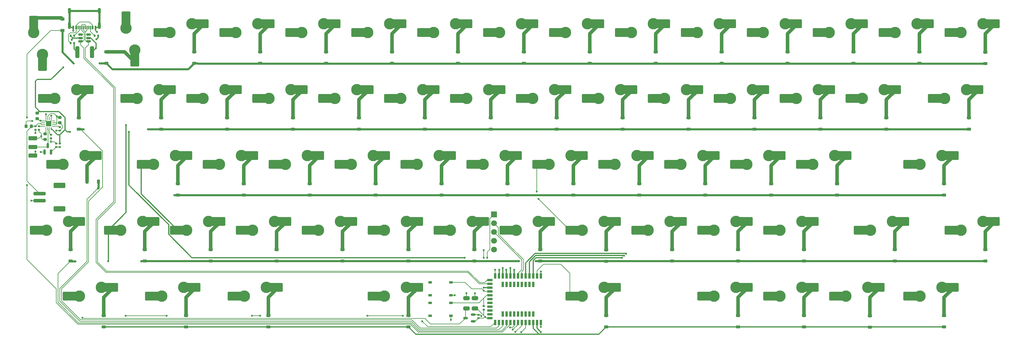
<source format=gbr>
%TF.GenerationSoftware,KiCad,Pcbnew,9.0.1*%
%TF.CreationDate,2025-05-13T23:50:47+09:00*%
%TF.ProjectId,H360,48333630-2e6b-4696-9361-645f70636258,rev?*%
%TF.SameCoordinates,Original*%
%TF.FileFunction,Copper,L2,Bot*%
%TF.FilePolarity,Positive*%
%FSLAX46Y46*%
G04 Gerber Fmt 4.6, Leading zero omitted, Abs format (unit mm)*
G04 Created by KiCad (PCBNEW 9.0.1) date 2025-05-13 23:50:47*
%MOMM*%
%LPD*%
G01*
G04 APERTURE LIST*
G04 Aperture macros list*
%AMRoundRect*
0 Rectangle with rounded corners*
0 $1 Rounding radius*
0 $2 $3 $4 $5 $6 $7 $8 $9 X,Y pos of 4 corners*
0 Add a 4 corners polygon primitive as box body*
4,1,4,$2,$3,$4,$5,$6,$7,$8,$9,$2,$3,0*
0 Add four circle primitives for the rounded corners*
1,1,$1+$1,$2,$3*
1,1,$1+$1,$4,$5*
1,1,$1+$1,$6,$7*
1,1,$1+$1,$8,$9*
0 Add four rect primitives between the rounded corners*
20,1,$1+$1,$2,$3,$4,$5,0*
20,1,$1+$1,$4,$5,$6,$7,0*
20,1,$1+$1,$6,$7,$8,$9,0*
20,1,$1+$1,$8,$9,$2,$3,0*%
G04 Aperture macros list end*
%TA.AperFunction,SMDPad,CuDef*%
%ADD10RoundRect,0.200000X-0.275000X0.200000X-0.275000X-0.200000X0.275000X-0.200000X0.275000X0.200000X0*%
%TD*%
%TA.AperFunction,SMDPad,CuDef*%
%ADD11RoundRect,0.250000X0.650000X-0.325000X0.650000X0.325000X-0.650000X0.325000X-0.650000X-0.325000X0*%
%TD*%
%TA.AperFunction,SMDPad,CuDef*%
%ADD12RoundRect,0.225000X-0.250000X0.225000X-0.250000X-0.225000X0.250000X-0.225000X0.250000X0.225000X0*%
%TD*%
%TA.AperFunction,SMDPad,CuDef*%
%ADD13RoundRect,0.225000X0.225000X0.250000X-0.225000X0.250000X-0.225000X-0.250000X0.225000X-0.250000X0*%
%TD*%
%TA.AperFunction,ComponentPad*%
%ADD14R,1.700000X1.700000*%
%TD*%
%TA.AperFunction,ComponentPad*%
%ADD15C,1.700000*%
%TD*%
%TA.AperFunction,SMDPad,CuDef*%
%ADD16RoundRect,0.225000X0.375000X-0.225000X0.375000X0.225000X-0.375000X0.225000X-0.375000X-0.225000X0*%
%TD*%
%TA.AperFunction,SMDPad,CuDef*%
%ADD17RoundRect,0.135000X-0.185000X0.135000X-0.185000X-0.135000X0.185000X-0.135000X0.185000X0.135000X0*%
%TD*%
%TA.AperFunction,ComponentPad*%
%ADD18C,3.300000*%
%TD*%
%TA.AperFunction,SMDPad,CuDef*%
%ADD19R,1.650000X2.500000*%
%TD*%
%TA.AperFunction,SMDPad,CuDef*%
%ADD20RoundRect,0.250000X1.025000X1.000000X-1.025000X1.000000X-1.025000X-1.000000X1.025000X-1.000000X0*%
%TD*%
%TA.AperFunction,SMDPad,CuDef*%
%ADD21R,2.500000X1.650000*%
%TD*%
%TA.AperFunction,SMDPad,CuDef*%
%ADD22RoundRect,0.250000X-1.000000X1.025000X-1.000000X-1.025000X1.000000X-1.025000X1.000000X1.025000X0*%
%TD*%
%TA.AperFunction,SMDPad,CuDef*%
%ADD23R,0.700000X1.524000*%
%TD*%
%TA.AperFunction,SMDPad,CuDef*%
%ADD24R,1.524000X0.700000*%
%TD*%
%TA.AperFunction,SMDPad,CuDef*%
%ADD25RoundRect,0.150000X-0.512500X-0.150000X0.512500X-0.150000X0.512500X0.150000X-0.512500X0.150000X0*%
%TD*%
%TA.AperFunction,SMDPad,CuDef*%
%ADD26R,1.000000X0.750000*%
%TD*%
%TA.AperFunction,SMDPad,CuDef*%
%ADD27RoundRect,0.250000X-0.312500X-1.450000X0.312500X-1.450000X0.312500X1.450000X-0.312500X1.450000X0*%
%TD*%
%TA.AperFunction,SMDPad,CuDef*%
%ADD28R,0.600000X1.140000*%
%TD*%
%TA.AperFunction,SMDPad,CuDef*%
%ADD29R,0.300000X1.140000*%
%TD*%
%TA.AperFunction,ComponentPad*%
%ADD30O,0.900000X2.000000*%
%TD*%
%TA.AperFunction,ComponentPad*%
%ADD31O,0.900000X1.700000*%
%TD*%
%TA.AperFunction,SMDPad,CuDef*%
%ADD32RoundRect,0.250000X1.000000X-0.375000X1.000000X0.375000X-1.000000X0.375000X-1.000000X-0.375000X0*%
%TD*%
%TA.AperFunction,SMDPad,CuDef*%
%ADD33RoundRect,0.150000X0.512500X0.150000X-0.512500X0.150000X-0.512500X-0.150000X0.512500X-0.150000X0*%
%TD*%
%TA.AperFunction,SMDPad,CuDef*%
%ADD34RoundRect,0.147500X-0.147500X-0.172500X0.147500X-0.172500X0.147500X0.172500X-0.147500X0.172500X0*%
%TD*%
%TA.AperFunction,SMDPad,CuDef*%
%ADD35RoundRect,0.250000X1.000000X-1.025000X1.000000X1.025000X-1.000000X1.025000X-1.000000X-1.025000X0*%
%TD*%
%TA.AperFunction,SMDPad,CuDef*%
%ADD36RoundRect,0.225000X0.225000X0.375000X-0.225000X0.375000X-0.225000X-0.375000X0.225000X-0.375000X0*%
%TD*%
%TA.AperFunction,SMDPad,CuDef*%
%ADD37RoundRect,0.140000X0.170000X-0.140000X0.170000X0.140000X-0.170000X0.140000X-0.170000X-0.140000X0*%
%TD*%
%TA.AperFunction,SMDPad,CuDef*%
%ADD38RoundRect,0.135000X0.185000X-0.135000X0.185000X0.135000X-0.185000X0.135000X-0.185000X-0.135000X0*%
%TD*%
%TA.AperFunction,SMDPad,CuDef*%
%ADD39RoundRect,0.062500X-0.375000X-0.062500X0.375000X-0.062500X0.375000X0.062500X-0.375000X0.062500X0*%
%TD*%
%TA.AperFunction,SMDPad,CuDef*%
%ADD40RoundRect,0.062500X-0.062500X-0.375000X0.062500X-0.375000X0.062500X0.375000X-0.062500X0.375000X0*%
%TD*%
%TA.AperFunction,HeatsinkPad*%
%ADD41R,1.600000X1.600000*%
%TD*%
%TA.AperFunction,SMDPad,CuDef*%
%ADD42RoundRect,0.135000X0.135000X0.185000X-0.135000X0.185000X-0.135000X-0.185000X0.135000X-0.185000X0*%
%TD*%
%TA.AperFunction,SMDPad,CuDef*%
%ADD43RoundRect,0.150000X0.150000X-0.587500X0.150000X0.587500X-0.150000X0.587500X-0.150000X-0.587500X0*%
%TD*%
%TA.AperFunction,SMDPad,CuDef*%
%ADD44RoundRect,0.250000X-1.500000X0.250000X-1.500000X-0.250000X1.500000X-0.250000X1.500000X0.250000X0*%
%TD*%
%TA.AperFunction,SMDPad,CuDef*%
%ADD45RoundRect,0.250001X-1.449999X0.499999X-1.449999X-0.499999X1.449999X-0.499999X1.449999X0.499999X0*%
%TD*%
%TA.AperFunction,ViaPad*%
%ADD46C,0.600000*%
%TD*%
%TA.AperFunction,Conductor*%
%ADD47C,0.300000*%
%TD*%
%TA.AperFunction,Conductor*%
%ADD48C,0.200000*%
%TD*%
%TA.AperFunction,Conductor*%
%ADD49C,0.150000*%
%TD*%
%TA.AperFunction,Conductor*%
%ADD50C,0.600000*%
%TD*%
%TA.AperFunction,Conductor*%
%ADD51C,1.000000*%
%TD*%
G04 APERTURE END LIST*
D10*
%TO.P,R3,1*%
%TO.N,Net-(U5-ISET)*%
X76750000Y-138675000D03*
%TO.P,R3,2*%
%TO.N,GND*%
X76750000Y-140325000D03*
%TD*%
D11*
%TO.P,C7,1*%
%TO.N,+3.3V*%
X201000000Y-189200000D03*
%TO.P,C7,2*%
%TO.N,GND*%
X201000000Y-186250000D03*
%TD*%
%TO.P,C6,1*%
%TO.N,+VSW*%
X198500000Y-189200000D03*
%TO.P,C6,2*%
%TO.N,GND*%
X198500000Y-186250000D03*
%TD*%
D12*
%TO.P,C5,1*%
%TO.N,+VSW*%
X81000000Y-133950000D03*
%TO.P,C5,2*%
%TO.N,GND*%
X81000000Y-135500000D03*
%TD*%
D13*
%TO.P,C4,1*%
%TO.N,+BATT*%
X72775000Y-136500000D03*
%TO.P,C4,2*%
%TO.N,GND*%
X71225000Y-136500000D03*
%TD*%
D12*
%TO.P,C3,1*%
%TO.N,+5V*%
X74500000Y-132725000D03*
%TO.P,C3,2*%
%TO.N,GND*%
X74500000Y-134275000D03*
%TD*%
D14*
%TO.P,REF\u002A\u002A,1*%
%TO.N,+3.3V*%
X206500000Y-162000000D03*
D15*
%TO.P,REF\u002A\u002A,2*%
%TO.N,SWDIO*%
X206500000Y-164540000D03*
%TO.P,REF\u002A\u002A,3*%
%TO.N,SWDCLK*%
X206500000Y-167080000D03*
%TO.P,REF\u002A\u002A,4*%
%TO.N,GND*%
X206500000Y-169620000D03*
%TO.P,REF\u002A\u002A,5*%
%TO.N,RST*%
X206500000Y-172160000D03*
%TD*%
D16*
%TO.P,D49,1,K*%
%TO.N,ROW3*%
X162718750Y-175481250D03*
%TO.P,D49,2,A*%
%TO.N,Net-(D49-A)*%
X162718750Y-172181250D03*
%TD*%
D17*
%TO.P,R7,1*%
%TO.N,Net-(U5-TS)*%
X75000000Y-136490000D03*
%TO.P,R7,2*%
%TO.N,GND*%
X75000000Y-137510000D03*
%TD*%
D16*
%TO.P,D60,1,K*%
%TO.N,ROW4*%
X117475000Y-194531250D03*
%TO.P,D60,2,A*%
%TO.N,Net-(D60-A)*%
X117475000Y-191231250D03*
%TD*%
D18*
%TO.P,MX21,1,1*%
%TO.N,COL6*%
X179546250Y-128428750D03*
D19*
X177721250Y-128428750D03*
D20*
X175996250Y-128428750D03*
%TO.P,MX21,2,2*%
%TO.N,Net-(D23-A)*%
X189446250Y-125888750D03*
D19*
X187696250Y-125888750D03*
D18*
X185896250Y-125888750D03*
%TD*%
D16*
%TO.P,D45,1,K*%
%TO.N,ROW3*%
X84137500Y-175481250D03*
%TO.P,D45,2,A*%
%TO.N,Net-(D45-A)*%
X84137500Y-172181250D03*
%TD*%
%TO.P,D42,1,K*%
%TO.N,ROW2*%
X286543750Y-156431250D03*
%TO.P,D42,2,A*%
%TO.N,Net-(D42-A)*%
X286543750Y-153131250D03*
%TD*%
D18*
%TO.P,MX61,1,1*%
%TO.N,COL8*%
X231933750Y-185578750D03*
D19*
X230108750Y-185578750D03*
D20*
X228383750Y-185578750D03*
%TO.P,MX61,2,2*%
%TO.N,Net-(D63-A)*%
X241833750Y-183038750D03*
D19*
X240083750Y-183038750D03*
D18*
X238283750Y-183038750D03*
%TD*%
%TO.P,MX9,1,1*%
%TO.N,COL8*%
X227171250Y-109378750D03*
D19*
X225346250Y-109378750D03*
D20*
X223621250Y-109378750D03*
%TO.P,MX9,2,2*%
%TO.N,Net-(D11-A)*%
X237071250Y-106838750D03*
D19*
X235321250Y-106838750D03*
D18*
X233521250Y-106838750D03*
%TD*%
D16*
%TO.P,D6,1,K*%
%TO.N,ROW0*%
X138906250Y-118331250D03*
%TO.P,D6,2,A*%
%TO.N,Net-(D6-A)*%
X138906250Y-115031250D03*
%TD*%
D18*
%TO.P,MX5,1,1*%
%TO.N,COL4*%
X150971250Y-109378750D03*
D19*
X149146250Y-109378750D03*
D20*
X147421250Y-109378750D03*
%TO.P,MX5,2,2*%
%TO.N,Net-(D7-A)*%
X160871250Y-106838750D03*
D19*
X159121250Y-106838750D03*
D18*
X157321250Y-106838750D03*
%TD*%
D16*
%TO.P,D5,1,K*%
%TO.N,ROW0*%
X119856250Y-118268750D03*
%TO.P,D5,2,A*%
%TO.N,Net-(D5-A)*%
X119856250Y-114968750D03*
%TD*%
D18*
%TO.P,MX26,1,1*%
%TO.N,COL11*%
X274796250Y-128428750D03*
D19*
X272971250Y-128428750D03*
D20*
X271246250Y-128428750D03*
%TO.P,MX26,2,2*%
%TO.N,Net-(D28-A)*%
X284696250Y-125888750D03*
D19*
X282946250Y-125888750D03*
D18*
X281146250Y-125888750D03*
%TD*%
%TO.P,MX1,1,1*%
%TO.N,COL0*%
X76041250Y-115728750D03*
D21*
X76041250Y-117553750D03*
D22*
X76041250Y-119278750D03*
%TO.P,MX1,2,2*%
%TO.N,Net-(D3-A)*%
X73501250Y-105828750D03*
D21*
X73501250Y-107578750D03*
D18*
X73501250Y-109378750D03*
%TD*%
%TO.P,MX10,1,1*%
%TO.N,COL9*%
X246221250Y-109378750D03*
D19*
X244396250Y-109378750D03*
D20*
X242671250Y-109378750D03*
%TO.P,MX10,2,2*%
%TO.N,Net-(D12-A)*%
X256121250Y-106838750D03*
D19*
X254371250Y-106838750D03*
D18*
X252571250Y-106838750D03*
%TD*%
%TO.P,MX19,1,1*%
%TO.N,COL4*%
X141446250Y-128428750D03*
D19*
X139621250Y-128428750D03*
D20*
X137896250Y-128428750D03*
%TO.P,MX19,2,2*%
%TO.N,Net-(D21-A)*%
X151346250Y-125888750D03*
D19*
X149596250Y-125888750D03*
D18*
X147796250Y-125888750D03*
%TD*%
D16*
%TO.P,D47,1,K*%
%TO.N,ROW3*%
X124618750Y-175481250D03*
%TO.P,D47,2,A*%
%TO.N,Net-(D47-A)*%
X124618750Y-172181250D03*
%TD*%
%TO.P,D19,1,K*%
%TO.N,ROW1*%
X110331250Y-137318750D03*
%TO.P,D19,2,A*%
%TO.N,Net-(D19-A)*%
X110331250Y-134018750D03*
%TD*%
%TO.P,D55,1,K*%
%TO.N,ROW3*%
X277018750Y-175481250D03*
%TO.P,D55,2,A*%
%TO.N,Net-(D55-A)*%
X277018750Y-172181250D03*
%TD*%
D23*
%TO.P,U3,1,GND*%
%TO.N,GND*%
X219981000Y-193250000D03*
%TO.P,U3,2,P1.11-LF*%
%TO.N,COL14*%
X218881000Y-193250000D03*
%TO.P,U3,3,P1.10-LF*%
%TO.N,ROW4*%
X217781000Y-193250000D03*
%TO.P,U3,4,P1.13-LF*%
%TO.N,unconnected-(U3-P1.13-LF-Pad4)*%
X216681000Y-193250000D03*
%TO.P,U3,5,P1.15-LF*%
%TO.N,COL1*%
X215581000Y-193250000D03*
%TO.P,U3,6,P0.03-LF-A*%
%TO.N,COL2*%
X214481000Y-193250000D03*
%TO.P,U3,7,P0.02-LF-A*%
%TO.N,COL3*%
X213381000Y-193250000D03*
%TO.P,U3,8,P0.28-LF-A*%
%TO.N,COL4*%
X212281000Y-193250000D03*
%TO.P,U3,9,P0.29-LF-A*%
%TO.N,ROW0*%
X211181000Y-193250000D03*
%TO.P,U3,10,P0.30-LF-A*%
%TO.N,ROW3*%
X210081000Y-193250000D03*
%TO.P,U3,11,P0.31-LF-A*%
%TO.N,ROW2*%
X208981000Y-193250000D03*
%TO.P,U3,12,P0.04-A*%
%TO.N,ROW1*%
X207881000Y-193250000D03*
%TO.P,U3,13,P0.05-A*%
%TO.N,COL0*%
X206781000Y-193250000D03*
D24*
%TO.P,U3,14,VDD_nRF*%
%TO.N,+3.3V*%
X205281000Y-192000000D03*
%TO.P,U3,15,P0.07*%
%TO.N,unconnected-(U3-P0.07-Pad15)*%
X205281000Y-190900000D03*
%TO.P,U3,16,P1.09*%
%TO.N,unconnected-(U3-P1.09-Pad16)*%
X205281000Y-189800000D03*
%TO.P,U3,17,P0.12*%
%TO.N,unconnected-(U3-P0.12-Pad17)*%
X205281000Y-188700000D03*
%TO.P,U3,18,P0.23*%
%TO.N,unconnected-(U3-P0.23-Pad18)*%
X205281000Y-187600000D03*
%TO.P,U3,19,P0.21*%
%TO.N,unconnected-(U3-P0.21-Pad19)*%
X205281000Y-186500000D03*
%TO.P,U3,20,P0.19*%
%TO.N,BOOT*%
X205281000Y-185400000D03*
%TO.P,U3,21,P0.18-RESET*%
%TO.N,RST*%
X205281000Y-184300000D03*
%TO.P,U3,22,VBUS*%
%TO.N,+5V*%
X205281000Y-183200000D03*
%TO.P,U3,23,D-*%
%TO.N,D-*%
X205281000Y-182100000D03*
%TO.P,U3,24,D+*%
%TO.N,D+*%
X205281000Y-181000000D03*
D23*
%TO.P,U3,25,GND*%
%TO.N,GND*%
X206781000Y-179750000D03*
%TO.P,U3,26,P0.22*%
%TO.N,COL5*%
X207881000Y-179750000D03*
%TO.P,U3,27,P1.00*%
%TO.N,COL6*%
X208981000Y-179750000D03*
%TO.P,U3,28,P1.03-LF*%
%TO.N,COL7*%
X210081000Y-179750000D03*
%TO.P,U3,29,P1.01-LF*%
%TO.N,COL9*%
X211181000Y-179750000D03*
%TO.P,U3,30,P1.02-LF*%
%TO.N,COL10*%
X212281000Y-179750000D03*
%TO.P,U3,31,SWDCLK*%
%TO.N,SWDCLK*%
X213381000Y-179750000D03*
%TO.P,U3,32,SWDIO*%
%TO.N,SWDIO*%
X214481000Y-179750000D03*
%TO.P,U3,33,P1.04-LF*%
%TO.N,COL11*%
X215581000Y-179750000D03*
%TO.P,U3,34,P1.06-LF*%
%TO.N,COL12*%
X216681000Y-179750000D03*
%TO.P,U3,35,P0.09-LF-NFC*%
%TO.N,COL13*%
X217781000Y-179750000D03*
%TO.P,U3,36,P0.10-LF-NFC*%
%TO.N,COL8*%
X218881000Y-179750000D03*
%TO.P,U3,37,GND*%
%TO.N,GND*%
X219981000Y-179750000D03*
%TO.P,U3,38,P1.14-LF*%
%TO.N,unconnected-(U3-P1.14-LF-Pad38)*%
X217781000Y-190750000D03*
%TO.P,U3,39,P1.12-LF*%
%TO.N,unconnected-(U3-P1.12-LF-Pad39)*%
X216681000Y-190750000D03*
%TO.P,U3,40,P0.25*%
%TO.N,unconnected-(U3-P0.25-Pad40)*%
X215581000Y-190750000D03*
%TO.P,U3,41,P0.11*%
%TO.N,unconnected-(U3-P0.11-Pad41)*%
X214481000Y-190750000D03*
%TO.P,U3,42,P1.08*%
%TO.N,unconnected-(U3-P1.08-Pad42)*%
X213381000Y-190750000D03*
%TO.P,U3,43,P0.27*%
%TO.N,unconnected-(U3-P0.27-Pad43)*%
X212281000Y-190750000D03*
%TO.P,U3,44,P0.08*%
%TO.N,unconnected-(U3-P0.08-Pad44)*%
X211181000Y-190750000D03*
%TO.P,U3,45,P0.06*%
%TO.N,unconnected-(U3-P0.06-Pad45)*%
X210081000Y-190750000D03*
%TO.P,U3,46,P0.26*%
%TO.N,unconnected-(U3-P0.26-Pad46)*%
X208981000Y-190750000D03*
%TO.P,U3,47,P1.07-LF*%
%TO.N,unconnected-(U3-P1.07-LF-Pad47)*%
X217781000Y-182250000D03*
%TO.P,U3,48,P1.05-LF*%
%TO.N,unconnected-(U3-P1.05-LF-Pad48)*%
X216681000Y-182250000D03*
%TO.P,U3,49,P0.24*%
%TO.N,unconnected-(U3-P0.24-Pad49)*%
X215581000Y-182250000D03*
%TO.P,U3,50,P0.20*%
%TO.N,unconnected-(U3-P0.20-Pad50)*%
X214481000Y-182250000D03*
%TO.P,U3,51,P0.17*%
%TO.N,unconnected-(U3-P0.17-Pad51)*%
X213381000Y-182250000D03*
%TO.P,U3,52,P0.15*%
%TO.N,unconnected-(U3-P0.15-Pad52)*%
X212281000Y-182250000D03*
%TO.P,U3,53,P0.14*%
%TO.N,unconnected-(U3-P0.14-Pad53)*%
X211181000Y-182250000D03*
%TO.P,U3,54,P0.13*%
%TO.N,unconnected-(U3-P0.13-Pad54)*%
X210081000Y-182250000D03*
%TO.P,U3,55,P0.16*%
%TO.N,unconnected-(U3-P0.16-Pad55)*%
X208981000Y-182250000D03*
%TD*%
D18*
%TO.P,MX45,1,1*%
%TO.N,COL2*%
X117633750Y-166528750D03*
D19*
X115808750Y-166528750D03*
D20*
X114083750Y-166528750D03*
%TO.P,MX45,2,2*%
%TO.N,Net-(D47-A)*%
X127533750Y-163988750D03*
D19*
X125783750Y-163988750D03*
D18*
X123983750Y-163988750D03*
%TD*%
D25*
%TO.P,U1,1,IO1*%
%TO.N,D-*%
X87042500Y-111950000D03*
%TO.P,U1,2,VN*%
%TO.N,GND*%
X87042500Y-111000000D03*
%TO.P,U1,3,IO2*%
%TO.N,unconnected-(U1-IO2-Pad3)*%
X87042500Y-110050000D03*
%TO.P,U1,4,IO3*%
%TO.N,unconnected-(U1-IO3-Pad4)*%
X89317500Y-110050000D03*
%TO.P,U1,5,VP*%
%TO.N,+5V*%
X89317500Y-111000000D03*
%TO.P,U1,6,IO4*%
%TO.N,D+*%
X89317500Y-111950000D03*
%TD*%
D18*
%TO.P,MX63,1,1*%
%TO.N,COL11*%
X289083750Y-185578750D03*
D19*
X287258750Y-185578750D03*
D20*
X285533750Y-185578750D03*
%TO.P,MX63,2,2*%
%TO.N,Net-(D65-A)*%
X298983750Y-183038750D03*
D19*
X297233750Y-183038750D03*
D18*
X295433750Y-183038750D03*
%TD*%
D16*
%TO.P,D14,1,K*%
%TO.N,ROW0*%
X291306250Y-118331250D03*
%TO.P,D14,2,A*%
%TO.N,Net-(D14-A)*%
X291306250Y-115031250D03*
%TD*%
%TO.P,D24,1,K*%
%TO.N,ROW1*%
X205581250Y-137381250D03*
%TO.P,D24,2,A*%
%TO.N,Net-(D24-A)*%
X205581250Y-134081250D03*
%TD*%
D18*
%TO.P,MX35,1,1*%
%TO.N,COL6*%
X184308750Y-147478750D03*
D19*
X182483750Y-147478750D03*
D20*
X180758750Y-147478750D03*
%TO.P,MX35,2,2*%
%TO.N,Net-(D37-A)*%
X194208750Y-144938750D03*
D19*
X192458750Y-144938750D03*
D18*
X190658750Y-144938750D03*
%TD*%
%TO.P,MX16,1,1*%
%TO.N,COL0*%
X79533750Y-128428750D03*
D19*
X77708750Y-128428750D03*
D20*
X75983750Y-128428750D03*
%TO.P,MX16,2,2*%
%TO.N,Net-(D18-A)*%
X89433750Y-125888750D03*
D19*
X87683750Y-125888750D03*
D18*
X85883750Y-125888750D03*
%TD*%
%TO.P,MX53,1,1*%
%TO.N,COL10*%
X270033750Y-166528750D03*
D19*
X268208750Y-166528750D03*
D20*
X266483750Y-166528750D03*
%TO.P,MX53,2,2*%
%TO.N,Net-(D55-A)*%
X279933750Y-163988750D03*
D19*
X278183750Y-163988750D03*
D18*
X276383750Y-163988750D03*
%TD*%
D26*
%TO.P,SW3,1,1*%
%TO.N,BOOT*%
X194000000Y-187537500D03*
X188000000Y-187537500D03*
%TO.P,SW3,2,2*%
%TO.N,GND*%
X194000000Y-191287500D03*
X188000000Y-191287500D03*
%TD*%
D18*
%TO.P,MX30,1,1*%
%TO.N,COL0*%
X81915000Y-147478750D03*
D19*
X80090000Y-147478750D03*
D20*
X78365000Y-147478750D03*
%TO.P,MX30,2,2*%
%TO.N,Net-(D32-A)*%
X91815000Y-144938750D03*
D19*
X90065000Y-144938750D03*
D18*
X88265000Y-144938750D03*
%TD*%
D16*
%TO.P,D38,1,K*%
%TO.N,ROW2*%
X210343750Y-156431250D03*
%TO.P,D38,2,A*%
%TO.N,Net-(D38-A)*%
X210343750Y-153131250D03*
%TD*%
D27*
%TO.P,F1,1*%
%TO.N,Net-(F1-Pad1)*%
X86042500Y-115093750D03*
%TO.P,F1,2*%
%TO.N,+5V*%
X90317500Y-115093750D03*
%TD*%
D16*
%TO.P,D36,1,K*%
%TO.N,ROW2*%
X172243750Y-156431250D03*
%TO.P,D36,2,A*%
%TO.N,Net-(D36-A)*%
X172243750Y-153131250D03*
%TD*%
D18*
%TO.P,MX23,1,1*%
%TO.N,COL8*%
X217646250Y-128428750D03*
D19*
X215821250Y-128428750D03*
D20*
X214096250Y-128428750D03*
%TO.P,MX23,2,2*%
%TO.N,Net-(D25-A)*%
X227546250Y-125888750D03*
D19*
X225796250Y-125888750D03*
D18*
X223996250Y-125888750D03*
%TD*%
%TO.P,MX11,1,1*%
%TO.N,COL10*%
X265271250Y-109378750D03*
D19*
X263446250Y-109378750D03*
D20*
X261721250Y-109378750D03*
%TO.P,MX11,2,2*%
%TO.N,Net-(D13-A)*%
X275171250Y-106838750D03*
D19*
X273421250Y-106838750D03*
D18*
X271621250Y-106838750D03*
%TD*%
D16*
%TO.P,D3,1,K*%
%TO.N,ROW0*%
X81756250Y-108806250D03*
%TO.P,D3,2,A*%
%TO.N,Net-(D3-A)*%
X81756250Y-105506250D03*
%TD*%
D18*
%TO.P,MX46,1,1*%
%TO.N,COL3*%
X136683750Y-166528750D03*
D19*
X134858750Y-166528750D03*
D20*
X133133750Y-166528750D03*
%TO.P,MX46,2,2*%
%TO.N,Net-(D48-A)*%
X146583750Y-163988750D03*
D19*
X144833750Y-163988750D03*
D18*
X143033750Y-163988750D03*
%TD*%
D16*
%TO.P,D11,1,K*%
%TO.N,ROW0*%
X234156250Y-118331250D03*
%TO.P,D11,2,A*%
%TO.N,Net-(D11-A)*%
X234156250Y-115031250D03*
%TD*%
%TO.P,D23,1,K*%
%TO.N,ROW1*%
X186531250Y-137381250D03*
%TO.P,D23,2,A*%
%TO.N,Net-(D23-A)*%
X186531250Y-134081250D03*
%TD*%
%TO.P,D12,1,K*%
%TO.N,ROW0*%
X253206250Y-118331250D03*
%TO.P,D12,2,A*%
%TO.N,Net-(D12-A)*%
X253206250Y-115031250D03*
%TD*%
D18*
%TO.P,MX18,1,1*%
%TO.N,COL3*%
X122396250Y-128428750D03*
D19*
X120571250Y-128428750D03*
D20*
X118846250Y-128428750D03*
%TO.P,MX18,2,2*%
%TO.N,Net-(D20-A)*%
X132296250Y-125888750D03*
D19*
X130546250Y-125888750D03*
D18*
X128746250Y-125888750D03*
%TD*%
%TO.P,MX49,1,1*%
%TO.N,COL6*%
X193833750Y-166528750D03*
D19*
X192008750Y-166528750D03*
D20*
X190283750Y-166528750D03*
%TO.P,MX49,2,2*%
%TO.N,Net-(D51-A)*%
X203733750Y-163988750D03*
D19*
X201983750Y-163988750D03*
D18*
X200183750Y-163988750D03*
%TD*%
D28*
%TO.P,J1,A1_B12,GND*%
%TO.N,GND*%
X84906250Y-107937500D03*
%TO.P,J1,A4_B9,VBUS*%
%TO.N,Net-(J1-VBUS-PadA4_B9)*%
X85706250Y-107937500D03*
D29*
%TO.P,J1,A5,CC1*%
%TO.N,Net-(J1-CC1)*%
X86856250Y-107937500D03*
%TO.P,J1,A6,DP1*%
%TO.N,D+*%
X87856250Y-107937500D03*
%TO.P,J1,A7,DN1*%
%TO.N,D-*%
X88356250Y-107937500D03*
%TO.P,J1,A8,SBU1*%
%TO.N,unconnected-(J1-SBU1-PadA8)*%
X89356250Y-107937500D03*
D28*
%TO.P,J1,B1_A12,GND*%
%TO.N,GND*%
X91306250Y-107937500D03*
%TO.P,J1,B4_A9,VBUS*%
%TO.N,Net-(J1-VBUS-PadA4_B9)*%
X90506250Y-107937500D03*
D29*
%TO.P,J1,B5,CC2*%
%TO.N,Net-(J1-CC2)*%
X89856250Y-107937500D03*
%TO.P,J1,B6,DP2*%
%TO.N,D+*%
X88856250Y-107937500D03*
%TO.P,J1,B7,DN2*%
%TO.N,D-*%
X87356250Y-107937500D03*
%TO.P,J1,B8,SBU2*%
%TO.N,unconnected-(J1-SBU2-PadB8)*%
X86356250Y-107937500D03*
D30*
%TO.P,J1,S1,SHIELD*%
%TO.N,GND*%
X83781250Y-107357500D03*
%TO.P,J1,S2,SHIELD*%
X92431250Y-107357500D03*
D31*
%TO.P,J1,S3,SHIELD*%
X83781250Y-103187500D03*
%TO.P,J1,S4,SHIELD*%
X92431250Y-103187500D03*
%TD*%
D16*
%TO.P,D27,1,K*%
%TO.N,ROW1*%
X262731250Y-137381250D03*
%TO.P,D27,2,A*%
%TO.N,Net-(D27-A)*%
X262731250Y-134081250D03*
%TD*%
D26*
%TO.P,SW2,1,1*%
%TO.N,RST*%
X194000000Y-181625000D03*
X188000000Y-181625000D03*
%TO.P,SW2,2,2*%
%TO.N,GND*%
X194000000Y-185375000D03*
X188000000Y-185375000D03*
%TD*%
D16*
%TO.P,D17,1,K*%
%TO.N,ROW0*%
X348456250Y-118393750D03*
%TO.P,D17,2,A*%
%TO.N,Net-(D17-A)*%
X348456250Y-115093750D03*
%TD*%
D18*
%TO.P,MX22,1,1*%
%TO.N,COL7*%
X198596250Y-128428750D03*
D19*
X196771250Y-128428750D03*
D20*
X195046250Y-128428750D03*
%TO.P,MX22,2,2*%
%TO.N,Net-(D24-A)*%
X208496250Y-125888750D03*
D19*
X206746250Y-125888750D03*
D18*
X204946250Y-125888750D03*
%TD*%
D16*
%TO.P,D29,1,K*%
%TO.N,ROW1*%
X300831250Y-137381250D03*
%TO.P,D29,2,A*%
%TO.N,Net-(D29-A)*%
X300831250Y-134081250D03*
%TD*%
%TO.P,D18,1,K*%
%TO.N,ROW1*%
X86518750Y-137318750D03*
%TO.P,D18,2,A*%
%TO.N,Net-(D18-A)*%
X86518750Y-134018750D03*
%TD*%
%TO.P,D62,1,K*%
%TO.N,ROW4*%
X181768750Y-194531250D03*
%TO.P,D62,2,A*%
%TO.N,Net-(D62-A)*%
X181768750Y-191231250D03*
%TD*%
D32*
%TO.P,SW1,1,A*%
%TO.N,Net-(SW1-A)*%
X73250000Y-145000000D03*
%TO.P,SW1,2,B*%
%TO.N,SYSOFF*%
X73250000Y-142500000D03*
%TO.P,SW1,3,C*%
%TO.N,GND*%
X73250000Y-140000000D03*
%TD*%
D16*
%TO.P,D48,1,K*%
%TO.N,ROW3*%
X143668750Y-175481250D03*
%TO.P,D48,2,A*%
%TO.N,Net-(D48-A)*%
X143668750Y-172181250D03*
%TD*%
D18*
%TO.P,MX29,1,1*%
%TO.N,COL14*%
X336708750Y-128428750D03*
D19*
X334883750Y-128428750D03*
D20*
X333158750Y-128428750D03*
%TO.P,MX29,2,2*%
%TO.N,Net-(D31-A)*%
X346608750Y-125888750D03*
D19*
X344858750Y-125888750D03*
D18*
X343058750Y-125888750D03*
%TD*%
D16*
%TO.P,D39,1,K*%
%TO.N,ROW2*%
X229393750Y-156431250D03*
%TO.P,D39,2,A*%
%TO.N,Net-(D39-A)*%
X229393750Y-153131250D03*
%TD*%
D18*
%TO.P,MX39,1,1*%
%TO.N,COL10*%
X260508750Y-147478750D03*
D19*
X258683750Y-147478750D03*
D20*
X256958750Y-147478750D03*
%TO.P,MX39,2,2*%
%TO.N,Net-(D41-A)*%
X270408750Y-144938750D03*
D19*
X268658750Y-144938750D03*
D18*
X266858750Y-144938750D03*
%TD*%
%TO.P,MX4,1,1*%
%TO.N,COL3*%
X131921250Y-109378750D03*
D19*
X130096250Y-109378750D03*
D20*
X128371250Y-109378750D03*
%TO.P,MX4,2,2*%
%TO.N,Net-(D6-A)*%
X141821250Y-106838750D03*
D19*
X140071250Y-106838750D03*
D18*
X138271250Y-106838750D03*
%TD*%
%TO.P,MX55,1,1*%
%TO.N,COL13*%
X315277500Y-166528750D03*
D19*
X313452500Y-166528750D03*
D20*
X311727500Y-166528750D03*
%TO.P,MX55,2,2*%
%TO.N,Net-(D58-A)*%
X325177500Y-163988750D03*
D19*
X323427500Y-163988750D03*
D18*
X321627500Y-163988750D03*
%TD*%
%TO.P,MX56,1,1*%
%TO.N,COL14*%
X341471250Y-166528750D03*
D19*
X339646250Y-166528750D03*
D20*
X337921250Y-166528750D03*
%TO.P,MX56,2,2*%
%TO.N,Net-(D57-A)*%
X351371250Y-163988750D03*
D19*
X349621250Y-163988750D03*
D18*
X347821250Y-163988750D03*
%TD*%
D16*
%TO.P,D53,1,K*%
%TO.N,ROW3*%
X238918750Y-175543750D03*
%TO.P,D53,2,A*%
%TO.N,Net-(D53-A)*%
X238918750Y-172243750D03*
%TD*%
D33*
%TO.P,U4,1,GND*%
%TO.N,GND*%
X200500000Y-190981250D03*
%TO.P,U4,2,VO*%
%TO.N,+3.3V*%
X200500000Y-192881250D03*
%TO.P,U4,3,VI*%
%TO.N,+VSW*%
X198225000Y-191931250D03*
%TD*%
D16*
%TO.P,D37,1,K*%
%TO.N,ROW2*%
X191293750Y-156431250D03*
%TO.P,D37,2,A*%
%TO.N,Net-(D37-A)*%
X191293750Y-153131250D03*
%TD*%
D18*
%TO.P,MX33,1,1*%
%TO.N,COL4*%
X146208750Y-147478750D03*
D19*
X144383750Y-147478750D03*
D20*
X142658750Y-147478750D03*
%TO.P,MX33,2,2*%
%TO.N,Net-(D35-A)*%
X156108750Y-144938750D03*
D19*
X154358750Y-144938750D03*
D18*
X152558750Y-144938750D03*
%TD*%
D34*
%TO.P,L1,1*%
%TO.N,Net-(J1-VBUS-PadA4_B9)*%
X84162500Y-112500000D03*
%TO.P,L1,2*%
%TO.N,Net-(F1-Pad1)*%
X85132500Y-112500000D03*
%TD*%
D18*
%TO.P,MX43,1,1*%
%TO.N,COL0*%
X77152500Y-166528750D03*
D19*
X75327500Y-166528750D03*
D20*
X73602500Y-166528750D03*
%TO.P,MX43,2,2*%
%TO.N,Net-(D45-A)*%
X87052500Y-163988750D03*
D19*
X85302500Y-163988750D03*
D18*
X83502500Y-163988750D03*
%TD*%
%TO.P,MX41,1,1*%
%TO.N,COL12*%
X298608750Y-147478750D03*
D19*
X296783750Y-147478750D03*
D20*
X295058750Y-147478750D03*
%TO.P,MX41,2,2*%
%TO.N,Net-(D43-A)*%
X308508750Y-144938750D03*
D19*
X306758750Y-144938750D03*
D18*
X304958750Y-144938750D03*
%TD*%
D16*
%TO.P,D35,1,K*%
%TO.N,ROW2*%
X153193750Y-156431250D03*
%TO.P,D35,2,A*%
%TO.N,Net-(D35-A)*%
X153193750Y-153131250D03*
%TD*%
D17*
%TO.P,R6,1*%
%TO.N,Net-(U5-TMR)*%
X78500000Y-138990000D03*
%TO.P,R6,2*%
%TO.N,GND*%
X78500000Y-140010000D03*
%TD*%
D16*
%TO.P,D28,1,K*%
%TO.N,ROW1*%
X281781250Y-137381250D03*
%TO.P,D28,2,A*%
%TO.N,Net-(D28-A)*%
X281781250Y-134081250D03*
%TD*%
%TO.P,D57,1,K*%
%TO.N,ROW3*%
X348456250Y-175481250D03*
%TO.P,D57,2,A*%
%TO.N,Net-(D57-A)*%
X348456250Y-172181250D03*
%TD*%
D18*
%TO.P,MX27,1,1*%
%TO.N,COL12*%
X293846250Y-128428750D03*
D19*
X292021250Y-128428750D03*
D20*
X290296250Y-128428750D03*
%TO.P,MX27,2,2*%
%TO.N,Net-(D29-A)*%
X303746250Y-125888750D03*
D19*
X301996250Y-125888750D03*
D18*
X300196250Y-125888750D03*
%TD*%
%TO.P,MX64,1,1*%
%TO.N,COL12*%
X308133750Y-185578750D03*
D19*
X306308750Y-185578750D03*
D20*
X304583750Y-185578750D03*
%TO.P,MX64,2,2*%
%TO.N,Net-(D66-A)*%
X318033750Y-183038750D03*
D19*
X316283750Y-183038750D03*
D18*
X314483750Y-183038750D03*
%TD*%
%TO.P,MX28,1,1*%
%TO.N,COL13*%
X312896250Y-128428750D03*
D19*
X311071250Y-128428750D03*
D20*
X309346250Y-128428750D03*
%TO.P,MX28,2,2*%
%TO.N,Net-(D30-A)*%
X322796250Y-125888750D03*
D19*
X321046250Y-125888750D03*
D18*
X319246250Y-125888750D03*
%TD*%
%TO.P,MX50,1,1*%
%TO.N,COL7*%
X212883750Y-166528750D03*
D19*
X211058750Y-166528750D03*
D20*
X209333750Y-166528750D03*
%TO.P,MX50,2,2*%
%TO.N,Net-(D52-A)*%
X222783750Y-163988750D03*
D19*
X221033750Y-163988750D03*
D18*
X219233750Y-163988750D03*
%TD*%
D16*
%TO.P,D46,1,K*%
%TO.N,ROW3*%
X105568750Y-175481250D03*
%TO.P,D46,2,A*%
%TO.N,Net-(D46-A)*%
X105568750Y-172181250D03*
%TD*%
%TO.P,D31,1,K*%
%TO.N,ROW1*%
X343693750Y-137381250D03*
%TO.P,D31,2,A*%
%TO.N,Net-(D31-A)*%
X343693750Y-134081250D03*
%TD*%
D18*
%TO.P,MX48,1,1*%
%TO.N,COL5*%
X174783750Y-166528750D03*
D19*
X172958750Y-166528750D03*
D20*
X171233750Y-166528750D03*
%TO.P,MX48,2,2*%
%TO.N,Net-(D50-A)*%
X184683750Y-163988750D03*
D19*
X182933750Y-163988750D03*
D18*
X181133750Y-163988750D03*
%TD*%
%TO.P,MX44,1,1*%
%TO.N,COL1*%
X98583750Y-166528750D03*
D19*
X96758750Y-166528750D03*
D20*
X95033750Y-166528750D03*
%TO.P,MX44,2,2*%
%TO.N,Net-(D46-A)*%
X108483750Y-163988750D03*
D19*
X106733750Y-163988750D03*
D18*
X104933750Y-163988750D03*
%TD*%
%TO.P,MX34,1,1*%
%TO.N,COL5*%
X165258750Y-147478750D03*
D19*
X163433750Y-147478750D03*
D20*
X161708750Y-147478750D03*
%TO.P,MX34,2,2*%
%TO.N,Net-(D36-A)*%
X175158750Y-144938750D03*
D19*
X173408750Y-144938750D03*
D18*
X171608750Y-144938750D03*
%TD*%
%TO.P,MX2,1,1*%
%TO.N,COL1*%
X100171250Y-108108750D03*
D21*
X100171250Y-106283750D03*
D35*
X100171250Y-104558750D03*
%TO.P,MX2,2,2*%
%TO.N,Net-(D4-A)*%
X102711250Y-118008750D03*
D21*
X102711250Y-116258750D03*
D18*
X102711250Y-114458750D03*
%TD*%
D16*
%TO.P,D7,1,K*%
%TO.N,ROW0*%
X157956250Y-118268750D03*
%TO.P,D7,2,A*%
%TO.N,Net-(D7-A)*%
X157956250Y-114968750D03*
%TD*%
%TO.P,D9,1,K*%
%TO.N,ROW0*%
X196056250Y-118331250D03*
%TO.P,D9,2,A*%
%TO.N,Net-(D9-A)*%
X196056250Y-115031250D03*
%TD*%
D18*
%TO.P,MX38,1,1*%
%TO.N,COL9*%
X241458750Y-147478750D03*
D19*
X239633750Y-147478750D03*
D20*
X237908750Y-147478750D03*
%TO.P,MX38,2,2*%
%TO.N,Net-(D40-A)*%
X251358750Y-144938750D03*
D19*
X249608750Y-144938750D03*
D18*
X247808750Y-144938750D03*
%TD*%
%TO.P,MX24,1,1*%
%TO.N,COL9*%
X236696250Y-128428750D03*
D19*
X234871250Y-128428750D03*
D20*
X233146250Y-128428750D03*
%TO.P,MX24,2,2*%
%TO.N,Net-(D26-A)*%
X246596250Y-125888750D03*
D19*
X244846250Y-125888750D03*
D18*
X243046250Y-125888750D03*
%TD*%
%TO.P,MX13,1,1*%
%TO.N,COL12*%
X303371250Y-109378750D03*
D19*
X301546250Y-109378750D03*
D20*
X299821250Y-109378750D03*
%TO.P,MX13,2,2*%
%TO.N,Net-(D15-A)*%
X313271250Y-106838750D03*
D19*
X311521250Y-106838750D03*
D18*
X309721250Y-106838750D03*
%TD*%
%TO.P,MX3,1,1*%
%TO.N,COL2*%
X112871250Y-109378750D03*
D19*
X111046250Y-109378750D03*
D20*
X109321250Y-109378750D03*
%TO.P,MX3,2,2*%
%TO.N,Net-(D5-A)*%
X122771250Y-106838750D03*
D19*
X121021250Y-106838750D03*
D18*
X119221250Y-106838750D03*
%TD*%
%TO.P,MX36,1,1*%
%TO.N,COL7*%
X203358750Y-147478750D03*
D19*
X201533750Y-147478750D03*
D20*
X199808750Y-147478750D03*
%TO.P,MX36,2,2*%
%TO.N,Net-(D38-A)*%
X213258750Y-144938750D03*
D19*
X211508750Y-144938750D03*
D18*
X209708750Y-144938750D03*
%TD*%
%TO.P,MX31,1,1*%
%TO.N,COL2*%
X108108750Y-147478750D03*
D19*
X106283750Y-147478750D03*
D20*
X104558750Y-147478750D03*
%TO.P,MX31,2,2*%
%TO.N,Net-(D33-A)*%
X118008750Y-144938750D03*
D19*
X116258750Y-144938750D03*
D18*
X114458750Y-144938750D03*
%TD*%
D16*
%TO.P,D54,1,K*%
%TO.N,ROW3*%
X257968750Y-175481250D03*
%TO.P,D54,2,A*%
%TO.N,Net-(D54-A)*%
X257968750Y-172181250D03*
%TD*%
D36*
%TO.P,D32,1,K*%
%TO.N,ROW2*%
X92150000Y-152500000D03*
%TO.P,D32,2,A*%
%TO.N,Net-(D32-A)*%
X88850000Y-152500000D03*
%TD*%
D16*
%TO.P,D40,1,K*%
%TO.N,ROW2*%
X248443750Y-156431250D03*
%TO.P,D40,2,A*%
%TO.N,Net-(D40-A)*%
X248443750Y-153131250D03*
%TD*%
%TO.P,D58,1,K*%
%TO.N,ROW3*%
X322262500Y-175481250D03*
%TO.P,D58,2,A*%
%TO.N,Net-(D58-A)*%
X322262500Y-172181250D03*
%TD*%
D18*
%TO.P,MX58,1,1*%
%TO.N,COL2*%
X110490000Y-185578750D03*
D19*
X108665000Y-185578750D03*
D20*
X106940000Y-185578750D03*
%TO.P,MX58,2,2*%
%TO.N,Net-(D60-A)*%
X120390000Y-183038750D03*
D19*
X118640000Y-183038750D03*
D18*
X116840000Y-183038750D03*
%TD*%
D16*
%TO.P,D56,1,K*%
%TO.N,ROW3*%
X296068750Y-175481250D03*
%TO.P,D56,2,A*%
%TO.N,Net-(D56-A)*%
X296068750Y-172181250D03*
%TD*%
%TO.P,D67,1,K*%
%TO.N,ROW4*%
X336550000Y-194531250D03*
%TO.P,D67,2,A*%
%TO.N,Net-(D67-A)*%
X336550000Y-191231250D03*
%TD*%
D17*
%TO.P,R4,1*%
%TO.N,Net-(U5-ILIM)*%
X81000000Y-136740000D03*
%TO.P,R4,2*%
%TO.N,GND*%
X81000000Y-137760000D03*
%TD*%
D16*
%TO.P,D34,1,K*%
%TO.N,ROW2*%
X134143750Y-156431250D03*
%TO.P,D34,2,A*%
%TO.N,Net-(D34-A)*%
X134143750Y-153131250D03*
%TD*%
%TO.P,D20,1,K*%
%TO.N,ROW1*%
X129381250Y-137381250D03*
%TO.P,D20,2,A*%
%TO.N,Net-(D20-A)*%
X129381250Y-134081250D03*
%TD*%
%TO.P,D43,1,K*%
%TO.N,ROW2*%
X305593750Y-156431250D03*
%TO.P,D43,2,A*%
%TO.N,Net-(D43-A)*%
X305593750Y-153131250D03*
%TD*%
D18*
%TO.P,MX20,1,1*%
%TO.N,COL5*%
X160496250Y-128428750D03*
D19*
X158671250Y-128428750D03*
D20*
X156946250Y-128428750D03*
%TO.P,MX20,2,2*%
%TO.N,Net-(D22-A)*%
X170396250Y-125888750D03*
D19*
X168646250Y-125888750D03*
D18*
X166846250Y-125888750D03*
%TD*%
D16*
%TO.P,D65,1,K*%
%TO.N,ROW4*%
X296068750Y-194531250D03*
%TO.P,D65,2,A*%
%TO.N,Net-(D65-A)*%
X296068750Y-191231250D03*
%TD*%
D37*
%TO.P,C8,1*%
%TO.N,+3.3V*%
X202000000Y-191980000D03*
%TO.P,C8,2*%
%TO.N,GND*%
X202000000Y-191020000D03*
%TD*%
D18*
%TO.P,MX14,1,1*%
%TO.N,COL13*%
X322421250Y-109378750D03*
D19*
X320596250Y-109378750D03*
D20*
X318871250Y-109378750D03*
%TO.P,MX14,2,2*%
%TO.N,Net-(D16-A)*%
X332321250Y-106838750D03*
D19*
X330571250Y-106838750D03*
D18*
X328771250Y-106838750D03*
%TD*%
D16*
%TO.P,D13,1,K*%
%TO.N,ROW0*%
X272256250Y-118331250D03*
%TO.P,D13,2,A*%
%TO.N,Net-(D13-A)*%
X272256250Y-115031250D03*
%TD*%
D18*
%TO.P,MX62,1,1*%
%TO.N,COL10*%
X270033750Y-185578750D03*
D19*
X268208750Y-185578750D03*
D20*
X266483750Y-185578750D03*
%TO.P,MX62,2,2*%
%TO.N,Net-(D64-A)*%
X279933750Y-183038750D03*
D19*
X278183750Y-183038750D03*
D18*
X276383750Y-183038750D03*
%TD*%
D16*
%TO.P,D8,1,K*%
%TO.N,ROW0*%
X177006250Y-118268750D03*
%TO.P,D8,2,A*%
%TO.N,Net-(D8-A)*%
X177006250Y-114968750D03*
%TD*%
%TO.P,D26,1,K*%
%TO.N,ROW1*%
X243681250Y-137381250D03*
%TO.P,D26,2,A*%
%TO.N,Net-(D26-A)*%
X243681250Y-134081250D03*
%TD*%
%TO.P,D21,1,K*%
%TO.N,ROW1*%
X148431250Y-137381250D03*
%TO.P,D21,2,A*%
%TO.N,Net-(D21-A)*%
X148431250Y-134081250D03*
%TD*%
D18*
%TO.P,MX17,1,1*%
%TO.N,COL2*%
X103346250Y-128428750D03*
D19*
X101521250Y-128428750D03*
D20*
X99796250Y-128428750D03*
%TO.P,MX17,2,2*%
%TO.N,Net-(D19-A)*%
X113246250Y-125888750D03*
D19*
X111496250Y-125888750D03*
D18*
X109696250Y-125888750D03*
%TD*%
D16*
%TO.P,D44,1,K*%
%TO.N,ROW2*%
X336550000Y-156431250D03*
%TO.P,D44,2,A*%
%TO.N,Net-(D44-A)*%
X336550000Y-153131250D03*
%TD*%
%TO.P,D30,1,K*%
%TO.N,ROW1*%
X319881250Y-137381250D03*
%TO.P,D30,2,A*%
%TO.N,Net-(D30-A)*%
X319881250Y-134081250D03*
%TD*%
%TO.P,D16,1,K*%
%TO.N,ROW0*%
X329406250Y-118331250D03*
%TO.P,D16,2,A*%
%TO.N,Net-(D16-A)*%
X329406250Y-115031250D03*
%TD*%
D38*
%TO.P,R5,1*%
%TO.N,+3.3V*%
X203500000Y-189520000D03*
%TO.P,R5,2*%
%TO.N,BOOT*%
X203500000Y-188500000D03*
%TD*%
D18*
%TO.P,MX60,1,1*%
%TO.N,COL5*%
X174783750Y-185578750D03*
D19*
X172958750Y-185578750D03*
D20*
X171233750Y-185578750D03*
%TO.P,MX60,2,2*%
%TO.N,Net-(D62-A)*%
X184683750Y-183038750D03*
D19*
X182933750Y-183038750D03*
D18*
X181133750Y-183038750D03*
%TD*%
D16*
%TO.P,D52,1,K*%
%TO.N,ROW3*%
X219868750Y-175481250D03*
%TO.P,D52,2,A*%
%TO.N,Net-(D52-A)*%
X219868750Y-172181250D03*
%TD*%
D18*
%TO.P,MX51,1,1*%
%TO.N,COL8*%
X231933750Y-166528750D03*
D19*
X230108750Y-166528750D03*
D20*
X228383750Y-166528750D03*
%TO.P,MX51,2,2*%
%TO.N,Net-(D53-A)*%
X241833750Y-163988750D03*
D19*
X240083750Y-163988750D03*
D18*
X238283750Y-163988750D03*
%TD*%
D16*
%TO.P,D50,1,K*%
%TO.N,ROW3*%
X181768750Y-175481250D03*
%TO.P,D50,2,A*%
%TO.N,Net-(D50-A)*%
X181768750Y-172181250D03*
%TD*%
%TO.P,D61,1,K*%
%TO.N,ROW4*%
X141287500Y-194531250D03*
%TO.P,D61,2,A*%
%TO.N,Net-(D61-A)*%
X141287500Y-191231250D03*
%TD*%
D18*
%TO.P,MX8,1,1*%
%TO.N,COL7*%
X208121250Y-109378750D03*
D19*
X206296250Y-109378750D03*
D20*
X204571250Y-109378750D03*
%TO.P,MX8,2,2*%
%TO.N,Net-(D10-A)*%
X218021250Y-106838750D03*
D19*
X216271250Y-106838750D03*
D18*
X214471250Y-106838750D03*
%TD*%
D16*
%TO.P,D33,1,K*%
%TO.N,ROW2*%
X115093750Y-156431250D03*
%TO.P,D33,2,A*%
%TO.N,Net-(D33-A)*%
X115093750Y-153131250D03*
%TD*%
%TO.P,D63,1,K*%
%TO.N,ROW4*%
X238918750Y-194531250D03*
%TO.P,D63,2,A*%
%TO.N,Net-(D63-A)*%
X238918750Y-191231250D03*
%TD*%
D18*
%TO.P,MX42,1,1*%
%TO.N,COL14*%
X329565000Y-147478750D03*
D19*
X327740000Y-147478750D03*
D20*
X326015000Y-147478750D03*
%TO.P,MX42,2,2*%
%TO.N,Net-(D44-A)*%
X339465000Y-144938750D03*
D19*
X337715000Y-144938750D03*
D18*
X335915000Y-144938750D03*
%TD*%
D16*
%TO.P,D10,1,K*%
%TO.N,ROW0*%
X215106250Y-118268750D03*
%TO.P,D10,2,A*%
%TO.N,Net-(D10-A)*%
X215106250Y-114968750D03*
%TD*%
D18*
%TO.P,MX32,1,1*%
%TO.N,COL3*%
X127158750Y-147478750D03*
D19*
X125333750Y-147478750D03*
D20*
X123608750Y-147478750D03*
%TO.P,MX32,2,2*%
%TO.N,Net-(D34-A)*%
X137058750Y-144938750D03*
D19*
X135308750Y-144938750D03*
D18*
X133508750Y-144938750D03*
%TD*%
D16*
%TO.P,D51,1,K*%
%TO.N,ROW3*%
X200818750Y-175481250D03*
%TO.P,D51,2,A*%
%TO.N,Net-(D51-A)*%
X200818750Y-172181250D03*
%TD*%
D18*
%TO.P,MX25,1,1*%
%TO.N,COL10*%
X255746250Y-128428750D03*
D19*
X253921250Y-128428750D03*
D20*
X252196250Y-128428750D03*
%TO.P,MX25,2,2*%
%TO.N,Net-(D27-A)*%
X265646250Y-125888750D03*
D19*
X263896250Y-125888750D03*
D18*
X262096250Y-125888750D03*
%TD*%
%TO.P,MX15,1,1*%
%TO.N,COL14*%
X341471250Y-109378750D03*
D19*
X339646250Y-109378750D03*
D20*
X337921250Y-109378750D03*
%TO.P,MX15,2,2*%
%TO.N,Net-(D17-A)*%
X351371250Y-106838750D03*
D19*
X349621250Y-106838750D03*
D18*
X347821250Y-106838750D03*
%TD*%
%TO.P,MX52,1,1*%
%TO.N,COL9*%
X250983750Y-166528750D03*
D19*
X249158750Y-166528750D03*
D20*
X247433750Y-166528750D03*
%TO.P,MX52,2,2*%
%TO.N,Net-(D54-A)*%
X260883750Y-163988750D03*
D19*
X259133750Y-163988750D03*
D18*
X257333750Y-163988750D03*
%TD*%
%TO.P,MX37,1,1*%
%TO.N,COL8*%
X222408750Y-147478750D03*
D19*
X220583750Y-147478750D03*
D20*
X218858750Y-147478750D03*
%TO.P,MX37,2,2*%
%TO.N,Net-(D39-A)*%
X232308750Y-144938750D03*
D19*
X230558750Y-144938750D03*
D18*
X228758750Y-144938750D03*
%TD*%
%TO.P,MX47,1,1*%
%TO.N,COL4*%
X155733750Y-166528750D03*
D19*
X153908750Y-166528750D03*
D20*
X152183750Y-166528750D03*
%TO.P,MX47,2,2*%
%TO.N,Net-(D49-A)*%
X165633750Y-163988750D03*
D19*
X163883750Y-163988750D03*
D18*
X162083750Y-163988750D03*
%TD*%
%TO.P,MX6,1,1*%
%TO.N,COL5*%
X170021250Y-109378750D03*
D19*
X168196250Y-109378750D03*
D20*
X166471250Y-109378750D03*
%TO.P,MX6,2,2*%
%TO.N,Net-(D8-A)*%
X179921250Y-106838750D03*
D19*
X178171250Y-106838750D03*
D18*
X176371250Y-106838750D03*
%TD*%
D39*
%TO.P,U5,1,TS*%
%TO.N,Net-(U5-TS)*%
X76350000Y-136500000D03*
%TO.P,U5,2,BAT*%
%TO.N,+BATT*%
X76350000Y-136000000D03*
%TO.P,U5,3,BAT*%
X76350000Y-135500000D03*
%TO.P,U5,4,~{CE}*%
%TO.N,GND*%
X76350000Y-135000000D03*
D40*
%TO.P,U5,5,EN2*%
X77037500Y-134312500D03*
%TO.P,U5,6,EN1*%
%TO.N,+VSW*%
X77537500Y-134312500D03*
%TO.P,U5,7,~{PGOOD}*%
%TO.N,unconnected-(U5-~{PGOOD}-Pad7)*%
X78037500Y-134312500D03*
%TO.P,U5,8,VSS*%
%TO.N,GND*%
X78537500Y-134312500D03*
D39*
%TO.P,U5,9,~{CHG}*%
%TO.N,unconnected-(U5-~{CHG}-Pad9)*%
X79225000Y-135000000D03*
%TO.P,U5,10,OUT*%
%TO.N,+VSW*%
X79225000Y-135500000D03*
%TO.P,U5,11,OUT*%
X79225000Y-136000000D03*
%TO.P,U5,12,ILIM*%
%TO.N,Net-(U5-ILIM)*%
X79225000Y-136500000D03*
D40*
%TO.P,U5,13,IN*%
%TO.N,+5V*%
X78537500Y-137187500D03*
%TO.P,U5,14,TMR*%
%TO.N,Net-(U5-TMR)*%
X78037500Y-137187500D03*
%TO.P,U5,15,SYSOFF*%
%TO.N,SYSOFF*%
X77537500Y-137187500D03*
%TO.P,U5,16,ISET*%
%TO.N,Net-(U5-ISET)*%
X77037500Y-137187500D03*
D41*
%TO.P,U5,17,VSS*%
%TO.N,GND*%
X77787500Y-135750000D03*
%TD*%
D18*
%TO.P,MX7,1,1*%
%TO.N,COL6*%
X189071250Y-109378750D03*
D19*
X187246250Y-109378750D03*
D20*
X185521250Y-109378750D03*
%TO.P,MX7,2,2*%
%TO.N,Net-(D9-A)*%
X198971250Y-106838750D03*
D19*
X197221250Y-106838750D03*
D18*
X195421250Y-106838750D03*
%TD*%
D16*
%TO.P,D66,1,K*%
%TO.N,ROW4*%
X315118750Y-194593750D03*
%TO.P,D66,2,A*%
%TO.N,Net-(D66-A)*%
X315118750Y-191293750D03*
%TD*%
D38*
%TO.P,R9,1*%
%TO.N,Net-(Q1-G)*%
X80000000Y-142510000D03*
%TO.P,R9,2*%
%TO.N,GND*%
X80000000Y-141490000D03*
%TD*%
D42*
%TO.P,R2,1*%
%TO.N,Net-(J1-CC1)*%
X85157500Y-110331250D03*
%TO.P,R2,2*%
%TO.N,GND*%
X84137500Y-110331250D03*
%TD*%
D43*
%TO.P,Q1,1,G*%
%TO.N,Net-(Q1-G)*%
X78500000Y-144000000D03*
%TO.P,Q1,2,S*%
%TO.N,GND*%
X76600000Y-144000000D03*
%TO.P,Q1,3,D*%
%TO.N,SYSOFF*%
X77550000Y-142125000D03*
%TD*%
D17*
%TO.P,R10,1*%
%TO.N,+5V*%
X81000000Y-141500000D03*
%TO.P,R10,2*%
%TO.N,Net-(Q1-G)*%
X81000000Y-142520000D03*
%TD*%
%TO.P,R8,1*%
%TO.N,+BATT*%
X74000000Y-136500000D03*
%TO.P,R8,2*%
%TO.N,Net-(SW1-A)*%
X74000000Y-137520000D03*
%TD*%
D18*
%TO.P,MX54,1,1*%
%TO.N,COL11*%
X289083750Y-166528750D03*
D19*
X287258750Y-166528750D03*
D20*
X285533750Y-166528750D03*
%TO.P,MX54,2,2*%
%TO.N,Net-(D56-A)*%
X298983750Y-163988750D03*
D19*
X297233750Y-163988750D03*
D18*
X295433750Y-163988750D03*
%TD*%
D16*
%TO.P,D64,1,K*%
%TO.N,ROW4*%
X277018750Y-194531250D03*
%TO.P,D64,2,A*%
%TO.N,Net-(D64-A)*%
X277018750Y-191231250D03*
%TD*%
%TO.P,D59,1,K*%
%TO.N,ROW4*%
X93662500Y-194531250D03*
%TO.P,D59,2,A*%
%TO.N,Net-(D59-A)*%
X93662500Y-191231250D03*
%TD*%
D44*
%TO.P,J2,1,Pin_1*%
%TO.N,+BATT*%
X75150000Y-156000000D03*
%TO.P,J2,2,Pin_2*%
%TO.N,GND*%
X75150000Y-158000000D03*
D45*
%TO.P,J2,MP*%
%TO.N,N/C*%
X80900000Y-153650000D03*
X80900000Y-160350000D03*
%TD*%
D18*
%TO.P,MX65,1,1*%
%TO.N,COL14*%
X329565000Y-185578750D03*
D19*
X327740000Y-185578750D03*
D20*
X326015000Y-185578750D03*
%TO.P,MX65,2,2*%
%TO.N,Net-(D67-A)*%
X339465000Y-183038750D03*
D19*
X337715000Y-183038750D03*
D18*
X335915000Y-183038750D03*
%TD*%
D16*
%TO.P,D4,1,K*%
%TO.N,ROW0*%
X94456250Y-118331250D03*
%TO.P,D4,2,A*%
%TO.N,Net-(D4-A)*%
X94456250Y-115031250D03*
%TD*%
%TO.P,D41,1,K*%
%TO.N,ROW2*%
X267493750Y-156431250D03*
%TO.P,D41,2,A*%
%TO.N,Net-(D41-A)*%
X267493750Y-153131250D03*
%TD*%
D18*
%TO.P,MX40,1,1*%
%TO.N,COL11*%
X279558750Y-147478750D03*
D19*
X277733750Y-147478750D03*
D20*
X276008750Y-147478750D03*
%TO.P,MX40,2,2*%
%TO.N,Net-(D42-A)*%
X289458750Y-144938750D03*
D19*
X287708750Y-144938750D03*
D18*
X285908750Y-144938750D03*
%TD*%
%TO.P,MX12,1,1*%
%TO.N,COL11*%
X284321250Y-109378750D03*
D19*
X282496250Y-109378750D03*
D20*
X280771250Y-109378750D03*
%TO.P,MX12,2,2*%
%TO.N,Net-(D14-A)*%
X294221250Y-106838750D03*
D19*
X292471250Y-106838750D03*
D18*
X290671250Y-106838750D03*
%TD*%
D42*
%TO.P,R1,1*%
%TO.N,GND*%
X92075000Y-110331250D03*
%TO.P,R1,2*%
%TO.N,Net-(J1-CC2)*%
X91055000Y-110331250D03*
%TD*%
D18*
%TO.P,MX59,1,1*%
%TO.N,COL3*%
X134302500Y-185578750D03*
D19*
X132477500Y-185578750D03*
D20*
X130752500Y-185578750D03*
%TO.P,MX59,2,2*%
%TO.N,Net-(D61-A)*%
X144202500Y-183038750D03*
D19*
X142452500Y-183038750D03*
D18*
X140652500Y-183038750D03*
%TD*%
D16*
%TO.P,D25,1,K*%
%TO.N,ROW1*%
X224631250Y-137381250D03*
%TO.P,D25,2,A*%
%TO.N,Net-(D25-A)*%
X224631250Y-134081250D03*
%TD*%
%TO.P,D15,1,K*%
%TO.N,ROW0*%
X310356250Y-118331250D03*
%TO.P,D15,2,A*%
%TO.N,Net-(D15-A)*%
X310356250Y-115031250D03*
%TD*%
%TO.P,D22,1,K*%
%TO.N,ROW1*%
X167481250Y-137381250D03*
%TO.P,D22,2,A*%
%TO.N,Net-(D22-A)*%
X167481250Y-134081250D03*
%TD*%
D18*
%TO.P,MX57,1,1*%
%TO.N,COL1*%
X86677500Y-185578750D03*
D19*
X84852500Y-185578750D03*
D20*
X83127500Y-185578750D03*
%TO.P,MX57,2,2*%
%TO.N,Net-(D59-A)*%
X96577500Y-183038750D03*
D19*
X94827500Y-183038750D03*
D18*
X93027500Y-183038750D03*
%TD*%
D46*
%TO.N,GND*%
X198500000Y-184750000D03*
X201000000Y-184750000D03*
X195125000Y-185375000D03*
X73000000Y-135000000D03*
%TO.N,+5V*%
X198000000Y-174500000D03*
X203527164Y-183178634D03*
X91455625Y-113955625D03*
X101000000Y-138118750D03*
X84000000Y-138119750D03*
X82000000Y-119500000D03*
%TO.N,GND*%
X78500000Y-141000000D03*
X80009620Y-137740380D03*
X77000000Y-133000000D03*
X75625000Y-139375000D03*
X194000000Y-192500000D03*
X75478406Y-134921476D03*
X202870472Y-191400000D03*
X91750000Y-109250000D03*
X220000000Y-178500000D03*
X84906250Y-108906250D03*
X84500000Y-111500000D03*
X220000000Y-194500000D03*
X75500000Y-144000000D03*
X72750000Y-158000000D03*
X206781000Y-178000000D03*
X78537500Y-133462500D03*
X91625000Y-111375000D03*
%TO.N,+VSW*%
X80168750Y-133668750D03*
X87500000Y-191900000D03*
%TO.N,+3.3V*%
X204500000Y-174500000D03*
X203909500Y-191590500D03*
%TO.N,ROW0*%
X71500000Y-134000000D03*
X71500000Y-153500000D03*
X92500000Y-118331250D03*
X85000000Y-118331250D03*
%TO.N,ROW1*%
X106500000Y-137318750D03*
X87818750Y-137318750D03*
%TO.N,ROW2*%
X92000000Y-154500000D03*
X114068750Y-156431250D03*
%TO.N,ROW3*%
X85500000Y-175500000D03*
X213646510Y-175481250D03*
X218500000Y-175481250D03*
X104500000Y-175500000D03*
%TO.N,COL0*%
X185737500Y-192881250D03*
X136525000Y-191293750D03*
X100012500Y-191293750D03*
X169862500Y-191293750D03*
X111918750Y-191293750D03*
X138906250Y-191293750D03*
X180181250Y-191293750D03*
%TO.N,COL1*%
X214312500Y-196001000D03*
X100171250Y-136171250D03*
X95000000Y-175500000D03*
%TO.N,COL2*%
X212697610Y-195973610D03*
%TO.N,COL3*%
X211931250Y-195262500D03*
%TO.N,COL4*%
X211137500Y-194654891D03*
%TO.N,COL5*%
X208000000Y-178000000D03*
%TO.N,COL6*%
X209000000Y-177500000D03*
%TO.N,COL7*%
X210000000Y-178000000D03*
%TO.N,COL8*%
X219355000Y-157500000D03*
X218858750Y-155358750D03*
%TO.N,COL9*%
X211181000Y-177500000D03*
%TO.N,COL10*%
X212281000Y-178000000D03*
%TO.N,COL11*%
X244631374Y-173368626D03*
%TO.N,COL12*%
X244065687Y-173934313D03*
%TO.N,COL13*%
X243500000Y-174500000D03*
%TO.N,COL14*%
X220000000Y-196000000D03*
%TO.N,Net-(SW1-A)*%
X74000000Y-138456250D03*
X74000000Y-143750000D03*
%TO.N,RST*%
X203500000Y-174500000D03*
X203500000Y-184000000D03*
X203500000Y-172350000D03*
%TD*%
D47*
%TO.N,GND*%
X92075000Y-110925000D02*
X92075000Y-110331250D01*
X91625000Y-111375000D02*
X92075000Y-110925000D01*
D48*
%TO.N,BOOT*%
X202181500Y-187537500D02*
X194000000Y-187537500D01*
X203500000Y-186219000D02*
X202181500Y-187537500D01*
%TO.N,SYSOFF*%
X77621000Y-137724298D02*
X77621000Y-142054000D01*
X77611500Y-137714798D02*
X77621000Y-137724298D01*
X77537500Y-137187500D02*
X77611500Y-137261500D01*
X77611500Y-137261500D02*
X77611500Y-137714798D01*
X77175000Y-142500000D02*
X73250000Y-142500000D01*
X77550000Y-142125000D02*
X77175000Y-142500000D01*
%TO.N,Net-(U5-ISET)*%
X77037500Y-137187500D02*
X77037500Y-138387500D01*
X77037500Y-138387500D02*
X76750000Y-138675000D01*
%TO.N,GND*%
X76042500Y-140292500D02*
X76717500Y-140292500D01*
X75625000Y-139875000D02*
X76042500Y-140292500D01*
X75625000Y-139375000D02*
X75625000Y-139875000D01*
X75000000Y-138010000D02*
X75000000Y-137510000D01*
X75625000Y-138635000D02*
X75000000Y-138010000D01*
X75625000Y-139375000D02*
X75625000Y-138635000D01*
X75000000Y-140000000D02*
X73250000Y-140000000D01*
X75625000Y-139375000D02*
X75000000Y-140000000D01*
X195125000Y-185375000D02*
X194000000Y-185375000D01*
X198500000Y-185800000D02*
X198500000Y-184750000D01*
X201000000Y-185800000D02*
X201000000Y-184750000D01*
%TO.N,+VSW*%
X198225000Y-189475000D02*
X198500000Y-189200000D01*
X198225000Y-191931250D02*
X198225000Y-189475000D01*
%TO.N,+3.3V*%
X201519000Y-189200000D02*
X201000000Y-189200000D01*
X203909500Y-191590500D02*
X201519000Y-189200000D01*
%TO.N,GND*%
X75150000Y-158000000D02*
X72750000Y-158000000D01*
X81750000Y-136760000D02*
X81755000Y-136755000D01*
X81755000Y-136255000D02*
X81000000Y-135500000D01*
X81750000Y-137000000D02*
X81750000Y-136760000D01*
X81000000Y-137750000D02*
X81750000Y-137000000D01*
X81000000Y-137760000D02*
X81000000Y-137750000D01*
X81755000Y-136755000D02*
X81755000Y-136255000D01*
X80980380Y-137740380D02*
X81000000Y-137760000D01*
X80009620Y-137740380D02*
X80980380Y-137740380D01*
%TO.N,Net-(U5-ILIM)*%
X80760000Y-136500000D02*
X81000000Y-136740000D01*
X79225000Y-136500000D02*
X80760000Y-136500000D01*
%TO.N,GND*%
X81000000Y-135480000D02*
X81000000Y-135500000D01*
%TO.N,+VSW*%
X80430000Y-133950000D02*
X81000000Y-133950000D01*
X80168750Y-133668750D02*
X80168750Y-133688750D01*
X80168750Y-133688750D02*
X80430000Y-133950000D01*
D47*
%TO.N,+5V*%
X82500000Y-134000000D02*
X82500000Y-137500000D01*
X80744750Y-132244750D02*
X82500000Y-134000000D01*
X75244750Y-132244750D02*
X80744750Y-132244750D01*
D48*
%TO.N,GND*%
X71225000Y-135275000D02*
X71225000Y-136500000D01*
X71500000Y-135000000D02*
X71225000Y-135275000D01*
X73000000Y-135000000D02*
X71500000Y-135000000D01*
%TO.N,ROW0*%
X78377561Y-108806250D02*
X81756250Y-108806250D01*
X71500000Y-115683811D02*
X78377561Y-108806250D01*
X71500000Y-134000000D02*
X71500000Y-115683811D01*
%TO.N,+BATT*%
X74000000Y-136500000D02*
X73000000Y-136500000D01*
X71500000Y-137980000D02*
X72775000Y-136705000D01*
X71500000Y-152350000D02*
X71500000Y-137980000D01*
X75150000Y-156000000D02*
X71500000Y-152350000D01*
X72775000Y-136705000D02*
X72775000Y-136500000D01*
X73000000Y-136500000D02*
X72980000Y-136500000D01*
X73000000Y-136500000D02*
X72775000Y-136500000D01*
D47*
%TO.N,+5V*%
X74980250Y-132244750D02*
X74500000Y-132725000D01*
X75244750Y-132244750D02*
X74980250Y-132244750D01*
D48*
%TO.N,GND*%
X75478406Y-134921476D02*
X75146476Y-134921476D01*
X75146476Y-134921476D02*
X74500000Y-134275000D01*
D49*
%TO.N,D+*%
X203751000Y-181749000D02*
X204500000Y-181000000D01*
X202386500Y-181749000D02*
X203751000Y-181749000D01*
X199031250Y-178393750D02*
X202386500Y-181749000D01*
X94539094Y-178393750D02*
X199031250Y-178393750D01*
X91900000Y-175754656D02*
X94539094Y-178393750D01*
X91900000Y-163600000D02*
X91900000Y-175754656D01*
X97000000Y-158500000D02*
X91900000Y-163600000D01*
X97000000Y-125292156D02*
X97000000Y-158500000D01*
X88380000Y-116672156D02*
X97000000Y-125292156D01*
X88380000Y-113881251D02*
X88380000Y-116672156D01*
X89317500Y-112943751D02*
X88380000Y-113881251D01*
X89317500Y-111950000D02*
X89317500Y-112943751D01*
%TO.N,D-*%
X202240625Y-182100000D02*
X205281000Y-182100000D01*
%TO.N,D+*%
X204500000Y-181000000D02*
X205281000Y-181000000D01*
%TO.N,D-*%
X198934375Y-178793750D02*
X202240625Y-182100000D01*
X94373406Y-178793750D02*
X198934375Y-178793750D01*
X91500000Y-175920344D02*
X94373406Y-178793750D01*
X96600000Y-125457844D02*
X96600000Y-158334314D01*
X91500000Y-163434314D02*
X91500000Y-175920344D01*
X87980000Y-116837844D02*
X96600000Y-125457844D01*
X87980000Y-113881251D02*
X87980000Y-116837844D01*
X87042500Y-112943751D02*
X87980000Y-113881251D01*
X96600000Y-158334314D02*
X91500000Y-163434314D01*
X87042500Y-111950000D02*
X87042500Y-112943751D01*
D48*
%TO.N,ROW1*%
X207881000Y-194212000D02*
X207881000Y-193250000D01*
X207239750Y-194853250D02*
X207881000Y-194212000D01*
X185142160Y-194853250D02*
X207239750Y-194853250D01*
X87000000Y-192500000D02*
X182788910Y-192500000D01*
X81500000Y-183500000D02*
X81500000Y-187000000D01*
X89301000Y-175699000D02*
X81500000Y-183500000D01*
X89301000Y-158199000D02*
X89301000Y-175699000D01*
X81500000Y-187000000D02*
X87000000Y-192500000D01*
X182788910Y-192500000D02*
X185142160Y-194853250D01*
X93391000Y-154109000D02*
X89301000Y-158199000D01*
X93391000Y-143703590D02*
X93391000Y-154109000D01*
X87006160Y-137318750D02*
X93391000Y-143703590D01*
X86518750Y-137318750D02*
X87006160Y-137318750D01*
%TO.N,ROW2*%
X207938750Y-195254250D02*
X208981000Y-194212000D01*
X182700060Y-192978250D02*
X184976060Y-195254250D01*
X184976060Y-195254250D02*
X207938750Y-195254250D01*
X208981000Y-194212000D02*
X208981000Y-193250000D01*
X81000000Y-183432900D02*
X81000000Y-187067100D01*
X81000000Y-187067100D02*
X86911150Y-192978250D01*
X88900000Y-175532900D02*
X81000000Y-183432900D01*
X88900000Y-157600000D02*
X88900000Y-175532900D01*
X92000000Y-154500000D02*
X88900000Y-157600000D01*
X86911150Y-192978250D02*
X182700060Y-192978250D01*
D50*
X92150000Y-154350000D02*
X92150000Y-152500000D01*
X92000000Y-154500000D02*
X92150000Y-154350000D01*
D51*
%TO.N,Net-(D32-A)*%
X88900000Y-152450000D02*
X88850000Y-152500000D01*
X88900000Y-147853750D02*
X88900000Y-152450000D01*
X91815000Y-144938750D02*
X88900000Y-147853750D01*
D47*
%TO.N,+5V*%
X112457750Y-165042250D02*
X112500000Y-165000000D01*
X82000000Y-119500000D02*
X78500000Y-123000000D01*
X74000000Y-123500000D02*
X74000000Y-131000000D01*
X89979999Y-111000000D02*
X89317500Y-111000000D01*
X112500000Y-165000000D02*
X101000000Y-153500000D01*
X198000000Y-174500000D02*
X119173130Y-174500000D01*
X101000000Y-153500000D02*
X101000000Y-138118750D01*
X82500000Y-137500000D02*
X81000000Y-139000000D01*
X91500000Y-113911250D02*
X91500000Y-112520001D01*
X81000000Y-139000000D02*
X81000000Y-141500000D01*
X74000000Y-131000000D02*
X75244750Y-132244750D01*
X80350000Y-139000000D02*
X78537500Y-137187500D01*
X91500000Y-112520001D02*
X89979999Y-111000000D01*
X74500000Y-123000000D02*
X74000000Y-123500000D01*
X84000000Y-138119750D02*
X83119750Y-138119750D01*
X112457750Y-167784620D02*
X112457750Y-165042250D01*
X81000000Y-139000000D02*
X80350000Y-139000000D01*
X78500000Y-123000000D02*
X74500000Y-123000000D01*
X90317500Y-115093750D02*
X91455625Y-113955625D01*
X203548530Y-183200000D02*
X205281000Y-183200000D01*
X91455625Y-113955625D02*
X91500000Y-113911250D01*
X119173130Y-174500000D02*
X112457750Y-167784620D01*
X203527164Y-183178634D02*
X203548530Y-183200000D01*
X83119750Y-138119750D02*
X82500000Y-137500000D01*
D48*
%TO.N,GND*%
X202000000Y-191020000D02*
X202490472Y-191020000D01*
D47*
X84906250Y-108906250D02*
X84906250Y-107937500D01*
D48*
X194000000Y-191287500D02*
X194000000Y-192500000D01*
X220000000Y-179000000D02*
X219981000Y-179019000D01*
D47*
X91306250Y-107937500D02*
X91851250Y-107937500D01*
X84500000Y-111310750D02*
X84808500Y-111002250D01*
D48*
X80000000Y-141490000D02*
X79510000Y-141000000D01*
X77037500Y-135000000D02*
X76350000Y-135000000D01*
X219981000Y-193981000D02*
X219981000Y-193250000D01*
D47*
X84906250Y-107937500D02*
X84361250Y-107937500D01*
D48*
X78500000Y-140010000D02*
X78500000Y-141000000D01*
D47*
X84808500Y-111002250D02*
X84137500Y-110331250D01*
D48*
X78486500Y-134785202D02*
X78537500Y-134734202D01*
D47*
X87040250Y-111002250D02*
X84808500Y-111002250D01*
D48*
X220000000Y-178500000D02*
X220000000Y-179000000D01*
X77000000Y-133000000D02*
X77037500Y-133037500D01*
D47*
X91750000Y-109250000D02*
X91306250Y-108806250D01*
D48*
X201961250Y-190981250D02*
X202000000Y-191020000D01*
X78537500Y-134734202D02*
X78537500Y-134312500D01*
X77037500Y-133037500D02*
X77037500Y-134312500D01*
D47*
X91851250Y-107937500D02*
X92431250Y-107357500D01*
X91306250Y-108806250D02*
X91306250Y-107937500D01*
D48*
X75556930Y-135000000D02*
X76350000Y-135000000D01*
X79510000Y-141000000D02*
X78500000Y-141000000D01*
X200500000Y-190981250D02*
X201961250Y-190981250D01*
X78537500Y-133462500D02*
X78537500Y-134312500D01*
D47*
X84500000Y-111500000D02*
X84500000Y-111310750D01*
X87042500Y-111000000D02*
X87040250Y-111002250D01*
D48*
X206781000Y-178000000D02*
X206781000Y-179750000D01*
X77787500Y-135750000D02*
X77037500Y-135000000D01*
X77787500Y-135750000D02*
X78486500Y-135051000D01*
X220000000Y-194000000D02*
X219981000Y-193981000D01*
X202490472Y-191020000D02*
X202870472Y-191400000D01*
X77037500Y-135000000D02*
X77037500Y-134312500D01*
D50*
X92431250Y-103187500D02*
X92431250Y-107357500D01*
D47*
X84361250Y-107937500D02*
X83781250Y-107357500D01*
D48*
X219981000Y-179019000D02*
X219981000Y-179750000D01*
X75478406Y-134921476D02*
X75556930Y-135000000D01*
D50*
X83781250Y-103187500D02*
X83781250Y-107357500D01*
D48*
X76600000Y-144000000D02*
X75500000Y-144000000D01*
X220000000Y-194500000D02*
X220000000Y-194000000D01*
X78486500Y-135051000D02*
X78486500Y-134785202D01*
D50*
X83781250Y-103187500D02*
X92431250Y-103187500D01*
D48*
%TO.N,+BATT*%
X74750000Y-135750000D02*
X74000000Y-136500000D01*
X75637500Y-135500000D02*
X76350000Y-135500000D01*
X75387500Y-135750000D02*
X74750000Y-135750000D01*
X75637500Y-136000000D02*
X75387500Y-135750000D01*
X76350000Y-136000000D02*
X75637500Y-136000000D01*
X75387500Y-135750000D02*
X75637500Y-135500000D01*
%TO.N,+VSW*%
X79225000Y-135500000D02*
X79937500Y-135500000D01*
X77537500Y-133612557D02*
X78288557Y-132861500D01*
X77537500Y-134312500D02*
X77537500Y-133612557D01*
X186476000Y-192032250D02*
X188118750Y-193675000D01*
X79900000Y-136000000D02*
X79225000Y-136000000D01*
X79361500Y-132861500D02*
X80168750Y-133668750D01*
X87500000Y-191900000D02*
X87632250Y-192032250D01*
X78288557Y-132861500D02*
X79361500Y-132861500D01*
X80168750Y-133668750D02*
X80168750Y-135731250D01*
X79937500Y-135500000D02*
X80168750Y-135731250D01*
X87632250Y-192032250D02*
X186476000Y-192032250D01*
X80168750Y-135731250D02*
X79900000Y-136000000D01*
X196481250Y-193675000D02*
X198225000Y-191931250D01*
X188118750Y-193675000D02*
X196481250Y-193675000D01*
%TO.N,+3.3V*%
X201098750Y-192881250D02*
X202000000Y-191980000D01*
X203499000Y-192001000D02*
X203909500Y-191590500D01*
X204319000Y-192000000D02*
X205281000Y-192000000D01*
X204000000Y-191681000D02*
X203909500Y-191590500D01*
X202600529Y-191980000D02*
X202000000Y-191980000D01*
X205309750Y-172089210D02*
X205309750Y-163190250D01*
X203889500Y-191590500D02*
X203909500Y-191590500D01*
X203500000Y-191181000D02*
X204319000Y-192000000D01*
X205309750Y-163190250D02*
X206500000Y-162000000D01*
X203500000Y-189520000D02*
X203500000Y-191181000D01*
X202621529Y-192001000D02*
X203499000Y-192001000D01*
X204500000Y-172898960D02*
X205309750Y-172089210D01*
X204500000Y-174500000D02*
X204500000Y-172898960D01*
X200500000Y-192881250D02*
X201098750Y-192881250D01*
X202600529Y-191980000D02*
X202621529Y-192001000D01*
D51*
%TO.N,Net-(D3-A)*%
X81462750Y-105212750D02*
X74117250Y-105212750D01*
X74117250Y-105212750D02*
X73501250Y-105828750D01*
X81756250Y-105506250D02*
X81462750Y-105212750D01*
D50*
%TO.N,ROW0*%
X96125000Y-120000000D02*
X118125000Y-120000000D01*
X81756250Y-115087500D02*
X81756250Y-108806250D01*
D47*
X233425000Y-118331250D02*
X233362500Y-118268750D01*
X138968750Y-118268750D02*
X138906250Y-118331250D01*
D50*
X119856250Y-118268750D02*
X120768750Y-118268750D01*
X85000000Y-118331250D02*
X81756250Y-115087500D01*
X94456250Y-118331250D02*
X94393750Y-118268750D01*
D48*
X86280250Y-193780250D02*
X182367860Y-193780250D01*
D50*
X92500000Y-118331250D02*
X94456250Y-118331250D01*
D48*
X208886198Y-196056250D02*
X211181000Y-193761448D01*
X184643860Y-196056250D02*
X208886198Y-196056250D01*
X80000000Y-187500000D02*
X86280250Y-193780250D01*
X80000000Y-183500000D02*
X80000000Y-187500000D01*
X182367860Y-193780250D02*
X184643860Y-196056250D01*
D50*
X118125000Y-120000000D02*
X119856250Y-118268750D01*
D48*
X71500000Y-175000000D02*
X80000000Y-183500000D01*
D50*
X120768750Y-118268750D02*
X120893750Y-118393750D01*
D47*
X234156250Y-118331250D02*
X233425000Y-118331250D01*
X329468750Y-118393750D02*
X329406250Y-118331250D01*
D50*
X120893750Y-118393750D02*
X348456250Y-118393750D01*
X94456250Y-118331250D02*
X96125000Y-120000000D01*
D48*
X211181000Y-193761448D02*
X211181000Y-193250000D01*
D47*
X177068750Y-118331250D02*
X177006250Y-118268750D01*
D48*
X71500000Y-153500000D02*
X71500000Y-175000000D01*
D47*
X196118750Y-118268750D02*
X196056250Y-118331250D01*
D51*
%TO.N,Net-(D4-A)*%
X102711250Y-118008750D02*
X99733750Y-115031250D01*
X99733750Y-115031250D02*
X94456250Y-115031250D01*
%TO.N,Net-(D5-A)*%
X119856250Y-109753750D02*
X119856250Y-114968750D01*
X122771250Y-106838750D02*
X119856250Y-109753750D01*
%TO.N,Net-(D6-A)*%
X141821250Y-106838750D02*
X138906250Y-109753750D01*
X138906250Y-109753750D02*
X138906250Y-115031250D01*
%TO.N,Net-(D7-A)*%
X160871250Y-106838750D02*
X157956250Y-109753750D01*
X157956250Y-109753750D02*
X157956250Y-114968750D01*
%TO.N,Net-(D8-A)*%
X179921250Y-106838750D02*
X177006250Y-109753750D01*
X177006250Y-109753750D02*
X177006250Y-114968750D01*
%TO.N,Net-(D9-A)*%
X196056250Y-109753750D02*
X196056250Y-115031250D01*
X198971250Y-106838750D02*
X196056250Y-109753750D01*
%TO.N,Net-(D10-A)*%
X218021250Y-106838750D02*
X215106250Y-109753750D01*
X215106250Y-109753750D02*
X215106250Y-114968750D01*
%TO.N,Net-(D11-A)*%
X234156250Y-109753750D02*
X234156250Y-115031250D01*
X237071250Y-106838750D02*
X234156250Y-109753750D01*
%TO.N,Net-(D12-A)*%
X253206250Y-109753750D02*
X253206250Y-115031250D01*
X256121250Y-106838750D02*
X253206250Y-109753750D01*
%TO.N,Net-(D13-A)*%
X272256250Y-109753750D02*
X272256250Y-115031250D01*
X275171250Y-106838750D02*
X272256250Y-109753750D01*
%TO.N,Net-(D14-A)*%
X291306250Y-109753750D02*
X291306250Y-115031250D01*
X294221250Y-106838750D02*
X291306250Y-109753750D01*
%TO.N,Net-(D15-A)*%
X310356250Y-109753750D02*
X310356250Y-115031250D01*
X313271250Y-106838750D02*
X310356250Y-109753750D01*
%TO.N,Net-(D16-A)*%
X332321250Y-106838750D02*
X329406250Y-109753750D01*
X329406250Y-109753750D02*
X329406250Y-115031250D01*
%TO.N,Net-(D17-A)*%
X351371250Y-106838750D02*
X348456250Y-109753750D01*
X348456250Y-109753750D02*
X348456250Y-115093750D01*
%TO.N,Net-(D18-A)*%
X89433750Y-125888750D02*
X86518750Y-128803750D01*
X86518750Y-128803750D02*
X86518750Y-134018750D01*
D50*
%TO.N,ROW1*%
X86581250Y-137381250D02*
X86518750Y-137318750D01*
X87818750Y-137318750D02*
X86518750Y-137318750D01*
X114318750Y-137318750D02*
X114381250Y-137381250D01*
X106500000Y-137318750D02*
X110331250Y-137318750D01*
X110331250Y-137318750D02*
X114318750Y-137318750D01*
X114381250Y-137381250D02*
X343693750Y-137381250D01*
D51*
%TO.N,Net-(D19-A)*%
X113246250Y-125888750D02*
X110331250Y-128803750D01*
X110331250Y-128803750D02*
X110331250Y-134018750D01*
%TO.N,Net-(D20-A)*%
X129381250Y-128803750D02*
X129381250Y-134081250D01*
X132296250Y-125888750D02*
X129381250Y-128803750D01*
%TO.N,Net-(D21-A)*%
X151346250Y-125888750D02*
X148431250Y-128803750D01*
X148431250Y-128803750D02*
X148431250Y-134081250D01*
%TO.N,Net-(D22-A)*%
X170396250Y-125888750D02*
X167481250Y-128803750D01*
X167481250Y-128803750D02*
X167481250Y-134081250D01*
%TO.N,Net-(D23-A)*%
X189446250Y-125888750D02*
X186531250Y-128803750D01*
X186531250Y-128803750D02*
X186531250Y-134081250D01*
%TO.N,Net-(D24-A)*%
X208496250Y-125888750D02*
X205581250Y-128803750D01*
X205581250Y-128803750D02*
X205581250Y-134081250D01*
%TO.N,Net-(D25-A)*%
X227546250Y-125888750D02*
X224631250Y-128803750D01*
X224631250Y-128803750D02*
X224631250Y-134081250D01*
%TO.N,Net-(D26-A)*%
X243681250Y-128803750D02*
X243681250Y-134081250D01*
X246596250Y-125888750D02*
X243681250Y-128803750D01*
%TO.N,Net-(D27-A)*%
X265646250Y-125888750D02*
X262731250Y-128803750D01*
X262731250Y-128803750D02*
X262731250Y-134081250D01*
%TO.N,Net-(D28-A)*%
X284696250Y-125888750D02*
X281781250Y-128803750D01*
X281781250Y-128803750D02*
X281781250Y-134081250D01*
%TO.N,Net-(D29-A)*%
X303746250Y-125888750D02*
X300831250Y-128803750D01*
X300831250Y-128803750D02*
X300831250Y-134081250D01*
%TO.N,Net-(D30-A)*%
X322796250Y-125888750D02*
X319881250Y-128803750D01*
X319881250Y-128803750D02*
X319881250Y-134081250D01*
%TO.N,Net-(D31-A)*%
X343693750Y-128803750D02*
X343693750Y-134081250D01*
X346608750Y-125888750D02*
X343693750Y-128803750D01*
D50*
%TO.N,ROW2*%
X336550000Y-156431250D02*
X115093750Y-156431250D01*
X114068750Y-156431250D02*
X115093750Y-156431250D01*
D51*
%TO.N,Net-(D33-A)*%
X115093750Y-147853750D02*
X115093750Y-153131250D01*
X118008750Y-144938750D02*
X115093750Y-147853750D01*
%TO.N,Net-(D34-A)*%
X134143750Y-147853750D02*
X134143750Y-153131250D01*
X137058750Y-144938750D02*
X134143750Y-147853750D01*
%TO.N,Net-(D35-A)*%
X156108750Y-144938750D02*
X153193750Y-147853750D01*
X153193750Y-147853750D02*
X153193750Y-153131250D01*
%TO.N,Net-(D36-A)*%
X175158750Y-144938750D02*
X172243750Y-147853750D01*
X172243750Y-147853750D02*
X172243750Y-153131250D01*
%TO.N,Net-(D37-A)*%
X191293750Y-147853750D02*
X191293750Y-153131250D01*
X194208750Y-144938750D02*
X191293750Y-147853750D01*
%TO.N,Net-(D38-A)*%
X213258750Y-144938750D02*
X210343750Y-147853750D01*
X210343750Y-147853750D02*
X210343750Y-153131250D01*
%TO.N,Net-(D39-A)*%
X229393750Y-147853750D02*
X229393750Y-153131250D01*
X232308750Y-144938750D02*
X229393750Y-147853750D01*
%TO.N,Net-(D40-A)*%
X248443750Y-147853750D02*
X248443750Y-153131250D01*
X251358750Y-144938750D02*
X248443750Y-147853750D01*
%TO.N,Net-(D41-A)*%
X270408750Y-144938750D02*
X267493750Y-147853750D01*
X267493750Y-147853750D02*
X267493750Y-153131250D01*
%TO.N,Net-(D42-A)*%
X289458750Y-144938750D02*
X286543750Y-147853750D01*
X286543750Y-147853750D02*
X286543750Y-153131250D01*
%TO.N,Net-(D43-A)*%
X305593750Y-147853750D02*
X305593750Y-153131250D01*
X308508750Y-144938750D02*
X305593750Y-147853750D01*
%TO.N,Net-(D44-A)*%
X336550000Y-147853750D02*
X336550000Y-153131250D01*
X339465000Y-144938750D02*
X336550000Y-147853750D01*
D50*
%TO.N,ROW3*%
X213646510Y-175481250D02*
X105568750Y-175481250D01*
X84156250Y-175500000D02*
X84137500Y-175481250D01*
D48*
X84137500Y-175481250D02*
X80500000Y-179118750D01*
X80500000Y-187432900D02*
X86446350Y-193379250D01*
D50*
X105568750Y-175481250D02*
X104518750Y-175481250D01*
D48*
X86446350Y-193379250D02*
X182533960Y-193379250D01*
D50*
X348456250Y-175481250D02*
X218500000Y-175481250D01*
D48*
X210081000Y-194212000D02*
X210081000Y-193250000D01*
X184809960Y-195655250D02*
X208637750Y-195655250D01*
X80500000Y-179118750D02*
X80500000Y-187432900D01*
D50*
X85500000Y-175500000D02*
X84156250Y-175500000D01*
D48*
X182533960Y-193379250D02*
X184809960Y-195655250D01*
D50*
X104518750Y-175481250D02*
X104500000Y-175500000D01*
D48*
X208637750Y-195655250D02*
X210081000Y-194212000D01*
D51*
%TO.N,Net-(D45-A)*%
X87052500Y-163988750D02*
X84137500Y-166903750D01*
X84137500Y-166903750D02*
X84137500Y-172181250D01*
%TO.N,Net-(D46-A)*%
X105568750Y-166903750D02*
X105568750Y-172181250D01*
X108483750Y-163988750D02*
X105568750Y-166903750D01*
%TO.N,Net-(D47-A)*%
X124618750Y-166903750D02*
X124618750Y-172181250D01*
X127533750Y-163988750D02*
X124618750Y-166903750D01*
%TO.N,Net-(D48-A)*%
X143668750Y-166903750D02*
X143668750Y-172181250D01*
X146583750Y-163988750D02*
X143668750Y-166903750D01*
%TO.N,Net-(D49-A)*%
X165633750Y-163988750D02*
X162718750Y-166903750D01*
X162718750Y-166903750D02*
X162718750Y-172181250D01*
%TO.N,Net-(D50-A)*%
X181768750Y-166903750D02*
X181768750Y-172181250D01*
X184683750Y-163988750D02*
X181768750Y-166903750D01*
%TO.N,Net-(D51-A)*%
X200818750Y-166903750D02*
X200818750Y-172181250D01*
X203733750Y-163988750D02*
X200818750Y-166903750D01*
%TO.N,Net-(D52-A)*%
X219868750Y-166903750D02*
X219868750Y-172181250D01*
X222783750Y-163988750D02*
X219868750Y-166903750D01*
%TO.N,Net-(D53-A)*%
X238918750Y-166903750D02*
X238918750Y-172243750D01*
X241833750Y-163988750D02*
X238918750Y-166903750D01*
%TO.N,Net-(D54-A)*%
X257968750Y-166903750D02*
X257968750Y-172181250D01*
X260883750Y-163988750D02*
X257968750Y-166903750D01*
%TO.N,Net-(D55-A)*%
X277018750Y-166903750D02*
X277018750Y-172181250D01*
X279933750Y-163988750D02*
X277018750Y-166903750D01*
%TO.N,Net-(D56-A)*%
X298983750Y-163988750D02*
X296068750Y-166903750D01*
X296068750Y-166903750D02*
X296068750Y-172181250D01*
%TO.N,Net-(D57-A)*%
X351371250Y-163988750D02*
X348456250Y-166903750D01*
X348456250Y-166903750D02*
X348456250Y-172181250D01*
%TO.N,Net-(D58-A)*%
X325177500Y-163988750D02*
X322262500Y-166903750D01*
X322262500Y-166903750D02*
X322262500Y-172181250D01*
%TO.N,Net-(D59-A)*%
X93662500Y-185953750D02*
X93662500Y-191231250D01*
X96577500Y-183038750D02*
X93662500Y-185953750D01*
D47*
%TO.N,ROW4*%
X183888500Y-196651000D02*
X219500000Y-196651000D01*
X93662500Y-194531250D02*
X181768750Y-194531250D01*
X219500000Y-196651000D02*
X236799000Y-196651000D01*
X336550000Y-194531250D02*
X238918750Y-194531250D01*
X219500000Y-196651000D02*
X217781000Y-194932000D01*
X217781000Y-194932000D02*
X217781000Y-193250000D01*
X181768750Y-194531250D02*
X183888500Y-196651000D01*
X236799000Y-196651000D02*
X238918750Y-194531250D01*
D51*
%TO.N,Net-(D60-A)*%
X117475000Y-185953750D02*
X117475000Y-191231250D01*
X120390000Y-183038750D02*
X117475000Y-185953750D01*
%TO.N,Net-(D61-A)*%
X141287500Y-185953750D02*
X141287500Y-191231250D01*
X144202500Y-183038750D02*
X141287500Y-185953750D01*
%TO.N,Net-(D62-A)*%
X184683750Y-183038750D02*
X181768750Y-185953750D01*
X181768750Y-185953750D02*
X181768750Y-191231250D01*
%TO.N,Net-(D63-A)*%
X241833750Y-183038750D02*
X238918750Y-185953750D01*
X238918750Y-185953750D02*
X238918750Y-191231250D01*
%TO.N,Net-(D64-A)*%
X277018750Y-185953750D02*
X277018750Y-191231250D01*
X279933750Y-183038750D02*
X277018750Y-185953750D01*
%TO.N,Net-(D65-A)*%
X296068750Y-185953750D02*
X296068750Y-191231250D01*
X298983750Y-183038750D02*
X296068750Y-185953750D01*
%TO.N,Net-(D66-A)*%
X318033750Y-183038750D02*
X315118750Y-185953750D01*
X315118750Y-185953750D02*
X315118750Y-191293750D01*
%TO.N,Net-(D67-A)*%
X339465000Y-183038750D02*
X336550000Y-185953750D01*
X336550000Y-185953750D02*
X336550000Y-191231250D01*
D47*
%TO.N,Net-(F1-Pad1)*%
X85132500Y-112500000D02*
X85132500Y-114183750D01*
X85132500Y-114183750D02*
X86042500Y-115093750D01*
D50*
X85968750Y-115500000D02*
X85968750Y-114448750D01*
D49*
%TO.N,D-*%
X87356250Y-108856250D02*
X88000000Y-109500000D01*
X87356250Y-107937500D02*
X87356250Y-107165500D01*
X88356250Y-107165500D02*
X88356250Y-107937500D01*
X87704999Y-111950000D02*
X87042500Y-111950000D01*
X87430250Y-107091500D02*
X88282250Y-107091500D01*
X88000000Y-111654999D02*
X87704999Y-111950000D01*
X87356250Y-107937500D02*
X87356250Y-108856250D01*
X88282250Y-107091500D02*
X88356250Y-107165500D01*
X87356250Y-107165500D02*
X87430250Y-107091500D01*
X88000000Y-109500000D02*
X88000000Y-111654999D01*
D48*
%TO.N,Net-(J1-VBUS-PadA4_B9)*%
X83566500Y-111904000D02*
X84162500Y-112500000D01*
X84021160Y-109507250D02*
X83566500Y-109961910D01*
X85706250Y-107937500D02*
X85706250Y-107423750D01*
X85706250Y-107937500D02*
X85706250Y-109215400D01*
X86767500Y-106362500D02*
X89570597Y-106362500D01*
X90506250Y-107298153D02*
X90506250Y-107937500D01*
X83566500Y-109961910D02*
X83566500Y-111904000D01*
X85706250Y-109215400D02*
X85414400Y-109507250D01*
X85706250Y-107423750D02*
X86767500Y-106362500D01*
X85414400Y-109507250D02*
X84021160Y-109507250D01*
X89570597Y-106362500D02*
X90506250Y-107298153D01*
D49*
%TO.N,D+*%
X88356250Y-111651249D02*
X88655001Y-111950000D01*
X88356250Y-109209500D02*
X88356250Y-111651249D01*
X88856250Y-108709500D02*
X88856250Y-107937500D01*
X88356250Y-109209500D02*
X88856250Y-108709500D01*
X88655001Y-111950000D02*
X89317500Y-111950000D01*
X87856250Y-108709500D02*
X88356250Y-109209500D01*
X87856250Y-107937500D02*
X87856250Y-108709500D01*
D48*
%TO.N,Net-(J1-CC2)*%
X89856250Y-107937500D02*
X89856250Y-109132500D01*
X89856250Y-109132500D02*
X91055000Y-110331250D01*
%TO.N,Net-(J1-CC1)*%
X86856250Y-108632500D02*
X85157500Y-110331250D01*
X86856250Y-107937500D02*
X86856250Y-108632500D01*
%TO.N,COL0*%
X205581250Y-194452250D02*
X205581250Y-194449750D01*
X169862500Y-191293750D02*
X180181250Y-191293750D01*
X185737500Y-192881250D02*
X187308500Y-194452250D01*
X205581250Y-194449750D02*
X206781000Y-193250000D01*
X187308500Y-194452250D02*
X205581250Y-194452250D01*
D47*
X78365000Y-147478750D02*
X78365000Y-148215000D01*
D48*
X136525000Y-191293750D02*
X138906250Y-191293750D01*
X100012500Y-191293750D02*
X111918750Y-191293750D01*
D47*
%TO.N,COL1*%
X83127500Y-184872500D02*
X83127500Y-185578750D01*
X95033750Y-175466250D02*
X95000000Y-175500000D01*
X100171250Y-161391250D02*
X95033750Y-166528750D01*
X100171250Y-136171250D02*
X100171250Y-161391250D01*
D48*
X215581000Y-194732500D02*
X215581000Y-193250000D01*
X214312500Y-196001000D02*
X215581000Y-194732500D01*
D47*
X95033750Y-166528750D02*
X95033750Y-175466250D01*
%TO.N,COL2*%
X104558750Y-156058750D02*
X114083750Y-165583750D01*
D48*
X212697610Y-195973610D02*
X214481000Y-194190220D01*
D47*
X104558750Y-147478750D02*
X104558750Y-156058750D01*
X114083750Y-165583750D02*
X114083750Y-166528750D01*
D48*
X214481000Y-194190220D02*
X214481000Y-193250000D01*
%TO.N,COL3*%
X213381000Y-193812750D02*
X213381000Y-193250000D01*
X211931250Y-195262500D02*
X213381000Y-193812750D01*
%TO.N,COL4*%
X211137500Y-194654891D02*
X211838109Y-194654891D01*
X211838109Y-194654891D02*
X212281000Y-194212000D01*
X212281000Y-194212000D02*
X212281000Y-193250000D01*
D47*
%TO.N,COL5*%
X208000000Y-179631000D02*
X207881000Y-179750000D01*
X208000000Y-178000000D02*
X208000000Y-179631000D01*
%TO.N,COL6*%
X209000000Y-177500000D02*
X209000000Y-179731000D01*
X209000000Y-179731000D02*
X208981000Y-179750000D01*
%TO.N,COL7*%
X210000000Y-178000000D02*
X210000000Y-179669000D01*
X210000000Y-179669000D02*
X210081000Y-179750000D01*
D48*
%TO.N,COL8*%
X220751058Y-176399000D02*
X218881000Y-178269058D01*
X228383750Y-179033808D02*
X225748942Y-176399000D01*
X218858750Y-155358750D02*
X218858750Y-147478750D01*
X219355000Y-157500000D02*
X228383750Y-166528750D01*
X225748942Y-176399000D02*
X220751058Y-176399000D01*
X218881000Y-178269058D02*
X218881000Y-179750000D01*
X228383750Y-185578750D02*
X228383750Y-179033808D01*
D47*
%TO.N,COL9*%
X211181000Y-177500000D02*
X211181000Y-179750000D01*
%TO.N,COL10*%
X212281000Y-178000000D02*
X212281000Y-179750000D01*
%TO.N,COL11*%
X218360244Y-173283313D02*
X215581000Y-176062557D01*
X244546061Y-173283313D02*
X218360244Y-173283313D01*
X215581000Y-176062557D02*
X215581000Y-179750000D01*
X244631374Y-173368626D02*
X244546061Y-173283313D01*
%TO.N,COL12*%
X244065687Y-173934313D02*
X243980374Y-173849000D01*
X218503077Y-173849000D02*
X216681000Y-175671077D01*
X216681000Y-175671077D02*
X216681000Y-179750000D01*
X243980374Y-173849000D02*
X218503077Y-173849000D01*
%TO.N,COL13*%
X217781000Y-175279597D02*
X217781000Y-179750000D01*
X243500000Y-174500000D02*
X218560597Y-174500000D01*
X218560597Y-174500000D02*
X217781000Y-175279597D01*
%TO.N,COL14*%
X218881000Y-194881000D02*
X218881000Y-193250000D01*
X220000000Y-196000000D02*
X218881000Y-194881000D01*
D48*
%TO.N,Net-(Q1-G)*%
X80000000Y-142510000D02*
X80990000Y-142510000D01*
X80000000Y-142510000D02*
X79990000Y-142510000D01*
X80990000Y-142510000D02*
X81000000Y-142520000D01*
X79990000Y-142510000D02*
X78500000Y-144000000D01*
%TO.N,SYSOFF*%
X77550000Y-142125000D02*
X77621000Y-142054000D01*
%TO.N,BOOT*%
X203500000Y-186219000D02*
X204319000Y-185400000D01*
X204319000Y-185400000D02*
X205281000Y-185400000D01*
X203500000Y-188500000D02*
X203500000Y-186219000D01*
%TO.N,Net-(U5-TMR)*%
X78037500Y-137187500D02*
X78037500Y-138527500D01*
X78037500Y-138527500D02*
X78500000Y-138990000D01*
%TO.N,Net-(U5-TS)*%
X75010000Y-136500000D02*
X75000000Y-136490000D01*
X76350000Y-136500000D02*
X75010000Y-136500000D01*
%TO.N,Net-(SW1-A)*%
X74000000Y-143750000D02*
X74000000Y-144250000D01*
X74000000Y-137520000D02*
X74000000Y-138456250D01*
X74000000Y-144250000D02*
X73250000Y-145000000D01*
%TO.N,RST*%
X194000000Y-181625000D02*
X198125000Y-181625000D01*
X203500000Y-184000000D02*
X203800000Y-184300000D01*
X198125000Y-181625000D02*
X200000000Y-183500000D01*
X203800000Y-184300000D02*
X205281000Y-184300000D01*
X203500000Y-172350000D02*
X203500000Y-174500000D01*
X200000000Y-183500000D02*
X203000000Y-183500000D01*
X203000000Y-183500000D02*
X203500000Y-184000000D01*
%TO.N,SWDIO*%
X214481000Y-179750000D02*
X214481000Y-178519000D01*
X215000000Y-178000000D02*
X215000000Y-175012900D01*
X210493840Y-170506740D02*
X210493840Y-170500000D01*
X207757750Y-167763910D02*
X207757750Y-165797750D01*
X207757750Y-165797750D02*
X206500000Y-164540000D01*
X215000000Y-175012900D02*
X210493840Y-170506740D01*
X214481000Y-178519000D02*
X215000000Y-178000000D01*
X210493840Y-170500000D02*
X207757750Y-167763910D01*
%TO.N,SWDCLK*%
X214500000Y-177932900D02*
X214500000Y-175080000D01*
X214500000Y-175080000D02*
X206500000Y-167080000D01*
X213381000Y-179051900D02*
X214500000Y-177932900D01*
X213381000Y-179750000D02*
X213381000Y-179051900D01*
%TD*%
M02*

</source>
